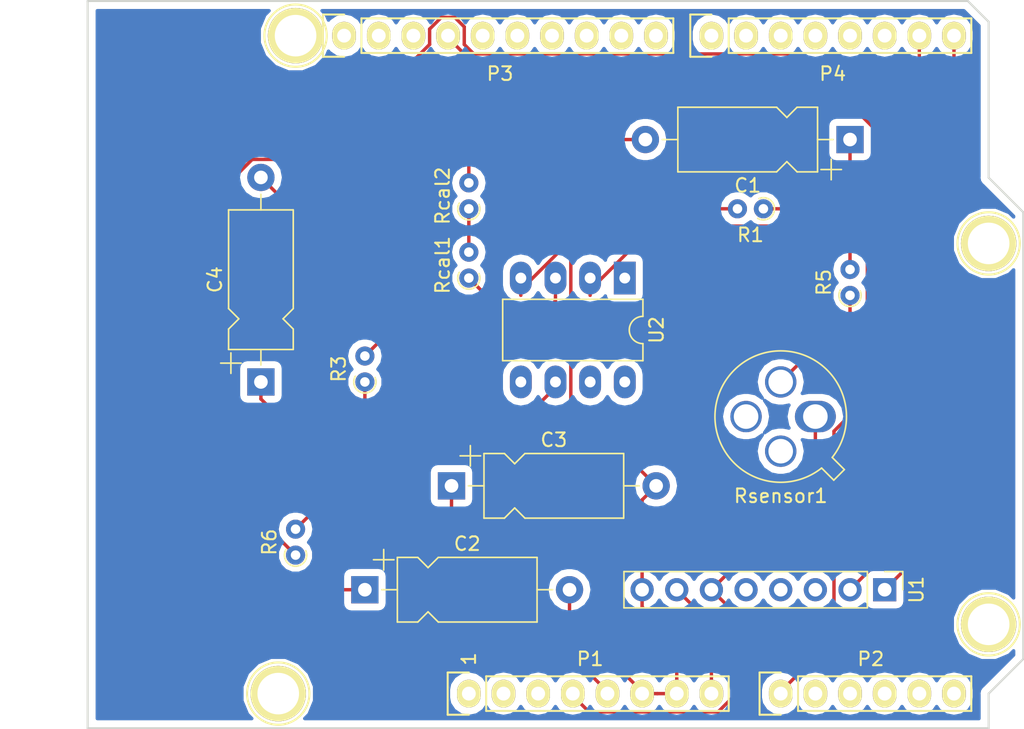
<source format=kicad_pcb>
(kicad_pcb (version 20171130) (host pcbnew "(5.0.1)-4")

  (general
    (thickness 1.6)
    (drawings 27)
    (tracks 104)
    (zones 0)
    (modules 21)
    (nets 44)
  )

  (page A4)
  (title_block
    (date "lun. 30 mars 2015")
  )

  (layers
    (0 F.Cu signal)
    (31 B.Cu signal)
    (32 B.Adhes user)
    (33 F.Adhes user)
    (34 B.Paste user)
    (35 F.Paste user)
    (36 B.SilkS user)
    (37 F.SilkS user)
    (38 B.Mask user)
    (39 F.Mask user)
    (40 Dwgs.User user)
    (41 Cmts.User user)
    (42 Eco1.User user)
    (43 Eco2.User user)
    (44 Edge.Cuts user)
    (45 Margin user)
    (46 B.CrtYd user)
    (47 F.CrtYd user)
    (48 B.Fab user)
    (49 F.Fab user)
  )

  (setup
    (last_trace_width 0.25)
    (trace_clearance 0.2)
    (zone_clearance 0.508)
    (zone_45_only no)
    (trace_min 0.2)
    (segment_width 0.15)
    (edge_width 0.15)
    (via_size 0.6)
    (via_drill 0.4)
    (via_min_size 0.4)
    (via_min_drill 0.3)
    (uvia_size 0.3)
    (uvia_drill 0.1)
    (uvias_allowed no)
    (uvia_min_size 0.2)
    (uvia_min_drill 0.1)
    (pcb_text_width 0.3)
    (pcb_text_size 1.5 1.5)
    (mod_edge_width 0.15)
    (mod_text_size 1 1)
    (mod_text_width 0.15)
    (pad_size 4.064 4.064)
    (pad_drill 3.048)
    (pad_to_mask_clearance 0)
    (solder_mask_min_width 0.25)
    (aux_axis_origin 110.998 126.365)
    (grid_origin 110.998 126.365)
    (visible_elements 7FFFFFFF)
    (pcbplotparams
      (layerselection 0x00030_80000001)
      (usegerberextensions false)
      (usegerberattributes false)
      (usegerberadvancedattributes false)
      (creategerberjobfile false)
      (excludeedgelayer true)
      (linewidth 0.100000)
      (plotframeref false)
      (viasonmask false)
      (mode 1)
      (useauxorigin false)
      (hpglpennumber 1)
      (hpglpenspeed 20)
      (hpglpendiameter 15.000000)
      (psnegative false)
      (psa4output false)
      (plotreference true)
      (plotvalue true)
      (plotinvisibletext false)
      (padsonsilk false)
      (subtractmaskfromsilk false)
      (outputformat 1)
      (mirror false)
      (drillshape 1)
      (scaleselection 1)
      (outputdirectory ""))
  )

  (net 0 "")
  (net 1 /IOREF)
  (net 2 /Reset)
  (net 3 +5V)
  (net 4 GND)
  (net 5 /Vin)
  (net 6 /A0)
  (net 7 /A1)
  (net 8 /A2)
  (net 9 /A3)
  (net 10 /AREF)
  (net 11 "/A4(SDA)")
  (net 12 "/A5(SCL)")
  (net 13 "/9(**)")
  (net 14 /8)
  (net 15 /7)
  (net 16 "/6(**)")
  (net 17 "/5(**)")
  (net 18 /4)
  (net 19 "/3(**)")
  (net 20 /2)
  (net 21 "/1(Tx)")
  (net 22 "/0(Rx)")
  (net 23 "Net-(P5-Pad1)")
  (net 24 "Net-(P6-Pad1)")
  (net 25 "Net-(P7-Pad1)")
  (net 26 "Net-(P8-Pad1)")
  (net 27 "/13(SCK)")
  (net 28 "/10(**/SS)")
  (net 29 "Net-(P1-Pad1)")
  (net 30 +3V3)
  (net 31 "/12(MISO)")
  (net 32 "/11(**/MOSI)")
  (net 33 "Net-(U2-Pad1)")
  (net 34 "Net-(U2-Pad5)")
  (net 35 "Net-(C1-Pad1)")
  (net 36 "Net-(C4-Pad1)")
  (net 37 "Net-(C4-Pad2)")
  (net 38 "Net-(U2-Pad8)")
  (net 39 "Net-(R5-Pad1)")
  (net 40 "Net-(U1-Pad3)")
  (net 41 "Net-(U1-Pad4)")
  (net 42 "Net-(U1-Pad5)")
  (net 43 "Net-(Rcal1-Pad2)")

  (net_class Default "This is the default net class."
    (clearance 0.2)
    (trace_width 0.25)
    (via_dia 0.6)
    (via_drill 0.4)
    (uvia_dia 0.3)
    (uvia_drill 0.1)
    (add_net +3V3)
    (add_net +5V)
    (add_net "/0(Rx)")
    (add_net "/1(Tx)")
    (add_net "/10(**/SS)")
    (add_net "/11(**/MOSI)")
    (add_net "/12(MISO)")
    (add_net "/13(SCK)")
    (add_net /2)
    (add_net "/3(**)")
    (add_net /4)
    (add_net "/5(**)")
    (add_net "/6(**)")
    (add_net /7)
    (add_net /8)
    (add_net "/9(**)")
    (add_net /A0)
    (add_net /A1)
    (add_net /A2)
    (add_net /A3)
    (add_net "/A4(SDA)")
    (add_net "/A5(SCL)")
    (add_net /AREF)
    (add_net /IOREF)
    (add_net /Reset)
    (add_net /Vin)
    (add_net GND)
    (add_net "Net-(C1-Pad1)")
    (add_net "Net-(C4-Pad1)")
    (add_net "Net-(C4-Pad2)")
    (add_net "Net-(P1-Pad1)")
    (add_net "Net-(P5-Pad1)")
    (add_net "Net-(P6-Pad1)")
    (add_net "Net-(P7-Pad1)")
    (add_net "Net-(P8-Pad1)")
    (add_net "Net-(R5-Pad1)")
    (add_net "Net-(Rcal1-Pad2)")
    (add_net "Net-(U1-Pad3)")
    (add_net "Net-(U1-Pad4)")
    (add_net "Net-(U1-Pad5)")
    (add_net "Net-(U2-Pad1)")
    (add_net "Net-(U2-Pad5)")
    (add_net "Net-(U2-Pad8)")
  )

  (module Capacitor_THT:CP_Axial_L10.0mm_D4.5mm_P15.00mm_Horizontal (layer F.Cu) (tedit 5AE50EF2) (tstamp 5C3248E0)
    (at 137.668 108.585)
    (descr "CP, Axial series, Axial, Horizontal, pin pitch=15mm, , length*diameter=10*4.5mm^2, Electrolytic Capacitor, , http://www.vishay.com/docs/28325/021asm.pdf")
    (tags "CP Axial series Axial Horizontal pin pitch 15mm  length 10mm diameter 4.5mm Electrolytic Capacitor")
    (path /5C01288B)
    (fp_text reference C3 (at 7.5 -3.37) (layer F.SilkS)
      (effects (font (size 1 1) (thickness 0.15)))
    )
    (fp_text value 100n (at 7.5 3.37) (layer F.Fab)
      (effects (font (size 1 1) (thickness 0.15)))
    )
    (fp_text user %R (at 7.5 0) (layer F.Fab)
      (effects (font (size 1 1) (thickness 0.15)))
    )
    (fp_line (start 16.25 -2.5) (end -1.25 -2.5) (layer F.CrtYd) (width 0.05))
    (fp_line (start 16.25 2.5) (end 16.25 -2.5) (layer F.CrtYd) (width 0.05))
    (fp_line (start -1.25 2.5) (end 16.25 2.5) (layer F.CrtYd) (width 0.05))
    (fp_line (start -1.25 -2.5) (end -1.25 2.5) (layer F.CrtYd) (width 0.05))
    (fp_line (start 13.76 0) (end 12.62 0) (layer F.SilkS) (width 0.12))
    (fp_line (start 1.24 0) (end 2.38 0) (layer F.SilkS) (width 0.12))
    (fp_line (start 5.38 2.37) (end 12.62 2.37) (layer F.SilkS) (width 0.12))
    (fp_line (start 4.63 1.62) (end 5.38 2.37) (layer F.SilkS) (width 0.12))
    (fp_line (start 3.88 2.37) (end 4.63 1.62) (layer F.SilkS) (width 0.12))
    (fp_line (start 2.38 2.37) (end 3.88 2.37) (layer F.SilkS) (width 0.12))
    (fp_line (start 5.38 -2.37) (end 12.62 -2.37) (layer F.SilkS) (width 0.12))
    (fp_line (start 4.63 -1.62) (end 5.38 -2.37) (layer F.SilkS) (width 0.12))
    (fp_line (start 3.88 -2.37) (end 4.63 -1.62) (layer F.SilkS) (width 0.12))
    (fp_line (start 2.38 -2.37) (end 3.88 -2.37) (layer F.SilkS) (width 0.12))
    (fp_line (start 12.62 -2.37) (end 12.62 2.37) (layer F.SilkS) (width 0.12))
    (fp_line (start 2.38 -2.37) (end 2.38 2.37) (layer F.SilkS) (width 0.12))
    (fp_line (start 1.38 -2.95) (end 1.38 -1.45) (layer F.SilkS) (width 0.12))
    (fp_line (start 0.63 -2.2) (end 2.13 -2.2) (layer F.SilkS) (width 0.12))
    (fp_line (start 4.65 -0.75) (end 4.65 0.75) (layer F.Fab) (width 0.1))
    (fp_line (start 3.9 0) (end 5.4 0) (layer F.Fab) (width 0.1))
    (fp_line (start 15 0) (end 12.5 0) (layer F.Fab) (width 0.1))
    (fp_line (start 0 0) (end 2.5 0) (layer F.Fab) (width 0.1))
    (fp_line (start 5.38 2.25) (end 12.5 2.25) (layer F.Fab) (width 0.1))
    (fp_line (start 4.63 1.5) (end 5.38 2.25) (layer F.Fab) (width 0.1))
    (fp_line (start 3.88 2.25) (end 4.63 1.5) (layer F.Fab) (width 0.1))
    (fp_line (start 2.5 2.25) (end 3.88 2.25) (layer F.Fab) (width 0.1))
    (fp_line (start 5.38 -2.25) (end 12.5 -2.25) (layer F.Fab) (width 0.1))
    (fp_line (start 4.63 -1.5) (end 5.38 -2.25) (layer F.Fab) (width 0.1))
    (fp_line (start 3.88 -2.25) (end 4.63 -1.5) (layer F.Fab) (width 0.1))
    (fp_line (start 2.5 -2.25) (end 3.88 -2.25) (layer F.Fab) (width 0.1))
    (fp_line (start 12.5 -2.25) (end 12.5 2.25) (layer F.Fab) (width 0.1))
    (fp_line (start 2.5 -2.25) (end 2.5 2.25) (layer F.Fab) (width 0.1))
    (pad 2 thru_hole oval (at 15 0) (size 2 2) (drill 1) (layers *.Cu *.Mask)
      (net 4 GND))
    (pad 1 thru_hole rect (at 0 0) (size 2 2) (drill 1) (layers *.Cu *.Mask)
      (net 3 +5V))
    (model ${KISYS3DMOD}/Capacitor_THT.3dshapes/CP_Axial_L10.0mm_D4.5mm_P15.00mm_Horizontal.wrl
      (at (xyz 0 0 0))
      (scale (xyz 1 1 1))
      (rotate (xyz 0 0 0))
    )
  )

  (module Capacitor_THT:CP_Axial_L10.0mm_D4.5mm_P15.00mm_Horizontal (layer F.Cu) (tedit 5AE50EF2) (tstamp 5C32492E)
    (at 166.878 83.185 180)
    (descr "CP, Axial series, Axial, Horizontal, pin pitch=15mm, , length*diameter=10*4.5mm^2, Electrolytic Capacitor, , http://www.vishay.com/docs/28325/021asm.pdf")
    (tags "CP Axial series Axial Horizontal pin pitch 15mm  length 10mm diameter 4.5mm Electrolytic Capacitor")
    (path /5C016D68)
    (fp_text reference C1 (at 7.5 -3.37 180) (layer F.SilkS)
      (effects (font (size 1 1) (thickness 0.15)))
    )
    (fp_text value 100n (at 7.5 3.37 180) (layer F.Fab)
      (effects (font (size 1 1) (thickness 0.15)))
    )
    (fp_text user %R (at 7.5 0 180) (layer F.Fab)
      (effects (font (size 1 1) (thickness 0.15)))
    )
    (fp_line (start 16.25 -2.5) (end -1.25 -2.5) (layer F.CrtYd) (width 0.05))
    (fp_line (start 16.25 2.5) (end 16.25 -2.5) (layer F.CrtYd) (width 0.05))
    (fp_line (start -1.25 2.5) (end 16.25 2.5) (layer F.CrtYd) (width 0.05))
    (fp_line (start -1.25 -2.5) (end -1.25 2.5) (layer F.CrtYd) (width 0.05))
    (fp_line (start 13.76 0) (end 12.62 0) (layer F.SilkS) (width 0.12))
    (fp_line (start 1.24 0) (end 2.38 0) (layer F.SilkS) (width 0.12))
    (fp_line (start 5.38 2.37) (end 12.62 2.37) (layer F.SilkS) (width 0.12))
    (fp_line (start 4.63 1.62) (end 5.38 2.37) (layer F.SilkS) (width 0.12))
    (fp_line (start 3.88 2.37) (end 4.63 1.62) (layer F.SilkS) (width 0.12))
    (fp_line (start 2.38 2.37) (end 3.88 2.37) (layer F.SilkS) (width 0.12))
    (fp_line (start 5.38 -2.37) (end 12.62 -2.37) (layer F.SilkS) (width 0.12))
    (fp_line (start 4.63 -1.62) (end 5.38 -2.37) (layer F.SilkS) (width 0.12))
    (fp_line (start 3.88 -2.37) (end 4.63 -1.62) (layer F.SilkS) (width 0.12))
    (fp_line (start 2.38 -2.37) (end 3.88 -2.37) (layer F.SilkS) (width 0.12))
    (fp_line (start 12.62 -2.37) (end 12.62 2.37) (layer F.SilkS) (width 0.12))
    (fp_line (start 2.38 -2.37) (end 2.38 2.37) (layer F.SilkS) (width 0.12))
    (fp_line (start 1.38 -2.95) (end 1.38 -1.45) (layer F.SilkS) (width 0.12))
    (fp_line (start 0.63 -2.2) (end 2.13 -2.2) (layer F.SilkS) (width 0.12))
    (fp_line (start 4.65 -0.75) (end 4.65 0.75) (layer F.Fab) (width 0.1))
    (fp_line (start 3.9 0) (end 5.4 0) (layer F.Fab) (width 0.1))
    (fp_line (start 15 0) (end 12.5 0) (layer F.Fab) (width 0.1))
    (fp_line (start 0 0) (end 2.5 0) (layer F.Fab) (width 0.1))
    (fp_line (start 5.38 2.25) (end 12.5 2.25) (layer F.Fab) (width 0.1))
    (fp_line (start 4.63 1.5) (end 5.38 2.25) (layer F.Fab) (width 0.1))
    (fp_line (start 3.88 2.25) (end 4.63 1.5) (layer F.Fab) (width 0.1))
    (fp_line (start 2.5 2.25) (end 3.88 2.25) (layer F.Fab) (width 0.1))
    (fp_line (start 5.38 -2.25) (end 12.5 -2.25) (layer F.Fab) (width 0.1))
    (fp_line (start 4.63 -1.5) (end 5.38 -2.25) (layer F.Fab) (width 0.1))
    (fp_line (start 3.88 -2.25) (end 4.63 -1.5) (layer F.Fab) (width 0.1))
    (fp_line (start 2.5 -2.25) (end 3.88 -2.25) (layer F.Fab) (width 0.1))
    (fp_line (start 12.5 -2.25) (end 12.5 2.25) (layer F.Fab) (width 0.1))
    (fp_line (start 2.5 -2.25) (end 2.5 2.25) (layer F.Fab) (width 0.1))
    (pad 2 thru_hole oval (at 15 0 180) (size 2 2) (drill 1) (layers *.Cu *.Mask)
      (net 4 GND))
    (pad 1 thru_hole rect (at 0 0 180) (size 2 2) (drill 1) (layers *.Cu *.Mask)
      (net 35 "Net-(C1-Pad1)"))
    (model ${KISYS3DMOD}/Capacitor_THT.3dshapes/CP_Axial_L10.0mm_D4.5mm_P15.00mm_Horizontal.wrl
      (at (xyz 0 0 0))
      (scale (xyz 1 1 1))
      (rotate (xyz 0 0 0))
    )
  )

  (module Capacitor_THT:CP_Axial_L10.0mm_D4.5mm_P15.00mm_Horizontal (layer F.Cu) (tedit 5AE50EF2) (tstamp 5C324907)
    (at 131.318 116.205)
    (descr "CP, Axial series, Axial, Horizontal, pin pitch=15mm, , length*diameter=10*4.5mm^2, Electrolytic Capacitor, , http://www.vishay.com/docs/28325/021asm.pdf")
    (tags "CP Axial series Axial Horizontal pin pitch 15mm  length 10mm diameter 4.5mm Electrolytic Capacitor")
    (path /5C0281BB)
    (fp_text reference C2 (at 7.5 -3.37) (layer F.SilkS)
      (effects (font (size 1 1) (thickness 0.15)))
    )
    (fp_text value 100n (at 7.5 3.37) (layer F.Fab)
      (effects (font (size 1 1) (thickness 0.15)))
    )
    (fp_line (start 2.5 -2.25) (end 2.5 2.25) (layer F.Fab) (width 0.1))
    (fp_line (start 12.5 -2.25) (end 12.5 2.25) (layer F.Fab) (width 0.1))
    (fp_line (start 2.5 -2.25) (end 3.88 -2.25) (layer F.Fab) (width 0.1))
    (fp_line (start 3.88 -2.25) (end 4.63 -1.5) (layer F.Fab) (width 0.1))
    (fp_line (start 4.63 -1.5) (end 5.38 -2.25) (layer F.Fab) (width 0.1))
    (fp_line (start 5.38 -2.25) (end 12.5 -2.25) (layer F.Fab) (width 0.1))
    (fp_line (start 2.5 2.25) (end 3.88 2.25) (layer F.Fab) (width 0.1))
    (fp_line (start 3.88 2.25) (end 4.63 1.5) (layer F.Fab) (width 0.1))
    (fp_line (start 4.63 1.5) (end 5.38 2.25) (layer F.Fab) (width 0.1))
    (fp_line (start 5.38 2.25) (end 12.5 2.25) (layer F.Fab) (width 0.1))
    (fp_line (start 0 0) (end 2.5 0) (layer F.Fab) (width 0.1))
    (fp_line (start 15 0) (end 12.5 0) (layer F.Fab) (width 0.1))
    (fp_line (start 3.9 0) (end 5.4 0) (layer F.Fab) (width 0.1))
    (fp_line (start 4.65 -0.75) (end 4.65 0.75) (layer F.Fab) (width 0.1))
    (fp_line (start 0.63 -2.2) (end 2.13 -2.2) (layer F.SilkS) (width 0.12))
    (fp_line (start 1.38 -2.95) (end 1.38 -1.45) (layer F.SilkS) (width 0.12))
    (fp_line (start 2.38 -2.37) (end 2.38 2.37) (layer F.SilkS) (width 0.12))
    (fp_line (start 12.62 -2.37) (end 12.62 2.37) (layer F.SilkS) (width 0.12))
    (fp_line (start 2.38 -2.37) (end 3.88 -2.37) (layer F.SilkS) (width 0.12))
    (fp_line (start 3.88 -2.37) (end 4.63 -1.62) (layer F.SilkS) (width 0.12))
    (fp_line (start 4.63 -1.62) (end 5.38 -2.37) (layer F.SilkS) (width 0.12))
    (fp_line (start 5.38 -2.37) (end 12.62 -2.37) (layer F.SilkS) (width 0.12))
    (fp_line (start 2.38 2.37) (end 3.88 2.37) (layer F.SilkS) (width 0.12))
    (fp_line (start 3.88 2.37) (end 4.63 1.62) (layer F.SilkS) (width 0.12))
    (fp_line (start 4.63 1.62) (end 5.38 2.37) (layer F.SilkS) (width 0.12))
    (fp_line (start 5.38 2.37) (end 12.62 2.37) (layer F.SilkS) (width 0.12))
    (fp_line (start 1.24 0) (end 2.38 0) (layer F.SilkS) (width 0.12))
    (fp_line (start 13.76 0) (end 12.62 0) (layer F.SilkS) (width 0.12))
    (fp_line (start -1.25 -2.5) (end -1.25 2.5) (layer F.CrtYd) (width 0.05))
    (fp_line (start -1.25 2.5) (end 16.25 2.5) (layer F.CrtYd) (width 0.05))
    (fp_line (start 16.25 2.5) (end 16.25 -2.5) (layer F.CrtYd) (width 0.05))
    (fp_line (start 16.25 -2.5) (end -1.25 -2.5) (layer F.CrtYd) (width 0.05))
    (fp_text user %R (at 7.5 0) (layer F.Fab)
      (effects (font (size 1 1) (thickness 0.15)))
    )
    (pad 1 thru_hole rect (at 0 0) (size 2 2) (drill 1) (layers *.Cu *.Mask)
      (net 6 /A0))
    (pad 2 thru_hole oval (at 15 0) (size 2 2) (drill 1) (layers *.Cu *.Mask)
      (net 4 GND))
    (model ${KISYS3DMOD}/Capacitor_THT.3dshapes/CP_Axial_L10.0mm_D4.5mm_P15.00mm_Horizontal.wrl
      (at (xyz 0 0 0))
      (scale (xyz 1 1 1))
      (rotate (xyz 0 0 0))
    )
  )

  (module Capacitor_THT:CP_Axial_L10.0mm_D4.5mm_P15.00mm_Horizontal (layer F.Cu) (tedit 5AE50EF2) (tstamp 5C3248B9)
    (at 123.698 100.965 90)
    (descr "CP, Axial series, Axial, Horizontal, pin pitch=15mm, , length*diameter=10*4.5mm^2, Electrolytic Capacitor, , http://www.vishay.com/docs/28325/021asm.pdf")
    (tags "CP Axial series Axial Horizontal pin pitch 15mm  length 10mm diameter 4.5mm Electrolytic Capacitor")
    (path /5C01D9FE)
    (fp_text reference C4 (at 7.5 -3.37 90) (layer F.SilkS)
      (effects (font (size 1 1) (thickness 0.15)))
    )
    (fp_text value 1u (at 7.5 3.37 90) (layer F.Fab)
      (effects (font (size 1 1) (thickness 0.15)))
    )
    (fp_line (start 2.5 -2.25) (end 2.5 2.25) (layer F.Fab) (width 0.1))
    (fp_line (start 12.5 -2.25) (end 12.5 2.25) (layer F.Fab) (width 0.1))
    (fp_line (start 2.5 -2.25) (end 3.88 -2.25) (layer F.Fab) (width 0.1))
    (fp_line (start 3.88 -2.25) (end 4.63 -1.5) (layer F.Fab) (width 0.1))
    (fp_line (start 4.63 -1.5) (end 5.38 -2.25) (layer F.Fab) (width 0.1))
    (fp_line (start 5.38 -2.25) (end 12.5 -2.25) (layer F.Fab) (width 0.1))
    (fp_line (start 2.5 2.25) (end 3.88 2.25) (layer F.Fab) (width 0.1))
    (fp_line (start 3.88 2.25) (end 4.63 1.5) (layer F.Fab) (width 0.1))
    (fp_line (start 4.63 1.5) (end 5.38 2.25) (layer F.Fab) (width 0.1))
    (fp_line (start 5.38 2.25) (end 12.5 2.25) (layer F.Fab) (width 0.1))
    (fp_line (start 0 0) (end 2.5 0) (layer F.Fab) (width 0.1))
    (fp_line (start 15 0) (end 12.5 0) (layer F.Fab) (width 0.1))
    (fp_line (start 3.9 0) (end 5.4 0) (layer F.Fab) (width 0.1))
    (fp_line (start 4.65 -0.75) (end 4.65 0.75) (layer F.Fab) (width 0.1))
    (fp_line (start 0.63 -2.2) (end 2.13 -2.2) (layer F.SilkS) (width 0.12))
    (fp_line (start 1.38 -2.95) (end 1.38 -1.45) (layer F.SilkS) (width 0.12))
    (fp_line (start 2.38 -2.37) (end 2.38 2.37) (layer F.SilkS) (width 0.12))
    (fp_line (start 12.62 -2.37) (end 12.62 2.37) (layer F.SilkS) (width 0.12))
    (fp_line (start 2.38 -2.37) (end 3.88 -2.37) (layer F.SilkS) (width 0.12))
    (fp_line (start 3.88 -2.37) (end 4.63 -1.62) (layer F.SilkS) (width 0.12))
    (fp_line (start 4.63 -1.62) (end 5.38 -2.37) (layer F.SilkS) (width 0.12))
    (fp_line (start 5.38 -2.37) (end 12.62 -2.37) (layer F.SilkS) (width 0.12))
    (fp_line (start 2.38 2.37) (end 3.88 2.37) (layer F.SilkS) (width 0.12))
    (fp_line (start 3.88 2.37) (end 4.63 1.62) (layer F.SilkS) (width 0.12))
    (fp_line (start 4.63 1.62) (end 5.38 2.37) (layer F.SilkS) (width 0.12))
    (fp_line (start 5.38 2.37) (end 12.62 2.37) (layer F.SilkS) (width 0.12))
    (fp_line (start 1.24 0) (end 2.38 0) (layer F.SilkS) (width 0.12))
    (fp_line (start 13.76 0) (end 12.62 0) (layer F.SilkS) (width 0.12))
    (fp_line (start -1.25 -2.5) (end -1.25 2.5) (layer F.CrtYd) (width 0.05))
    (fp_line (start -1.25 2.5) (end 16.25 2.5) (layer F.CrtYd) (width 0.05))
    (fp_line (start 16.25 2.5) (end 16.25 -2.5) (layer F.CrtYd) (width 0.05))
    (fp_line (start 16.25 -2.5) (end -1.25 -2.5) (layer F.CrtYd) (width 0.05))
    (fp_text user %R (at 7.5 0 90) (layer F.Fab)
      (effects (font (size 1 1) (thickness 0.15)))
    )
    (pad 1 thru_hole rect (at 0 0 90) (size 2 2) (drill 1) (layers *.Cu *.Mask)
      (net 36 "Net-(C4-Pad1)"))
    (pad 2 thru_hole oval (at 15 0 90) (size 2 2) (drill 1) (layers *.Cu *.Mask)
      (net 37 "Net-(C4-Pad2)"))
    (model ${KISYS3DMOD}/Capacitor_THT.3dshapes/CP_Axial_L10.0mm_D4.5mm_P15.00mm_Horizontal.wrl
      (at (xyz 0 0 0))
      (scale (xyz 1 1 1))
      (rotate (xyz 0 0 0))
    )
  )

  (module Resistor_THT:R_Axial_DIN0204_L3.6mm_D1.6mm_P1.90mm_Vertical (layer F.Cu) (tedit 5AE5139B) (tstamp 5C324826)
    (at 138.938 93.345 90)
    (descr "Resistor, Axial_DIN0204 series, Axial, Vertical, pin pitch=1.9mm, 0.167W, length*diameter=3.6*1.6mm^2, http://cdn-reichelt.de/documents/datenblatt/B400/1_4W%23YAG.pdf")
    (tags "Resistor Axial_DIN0204 series Axial Vertical pin pitch 1.9mm 0.167W length 3.6mm diameter 1.6mm")
    (path /5C01D8FE)
    (fp_text reference Rcal1 (at 0.95 -1.92 90) (layer F.SilkS)
      (effects (font (size 1 1) (thickness 0.15)))
    )
    (fp_text value R (at 0.95 1.92 90) (layer F.Fab)
      (effects (font (size 1 1) (thickness 0.15)))
    )
    (fp_text user %R (at 0.95 -1.92 90) (layer F.Fab)
      (effects (font (size 1 1) (thickness 0.15)))
    )
    (fp_line (start 2.86 -1.05) (end -1.05 -1.05) (layer F.CrtYd) (width 0.05))
    (fp_line (start 2.86 1.05) (end 2.86 -1.05) (layer F.CrtYd) (width 0.05))
    (fp_line (start -1.05 1.05) (end 2.86 1.05) (layer F.CrtYd) (width 0.05))
    (fp_line (start -1.05 -1.05) (end -1.05 1.05) (layer F.CrtYd) (width 0.05))
    (fp_line (start 0 0) (end 1.9 0) (layer F.Fab) (width 0.1))
    (fp_circle (center 0 0) (end 0.8 0) (layer F.Fab) (width 0.1))
    (fp_arc (start 0 0) (end 0.417133 -0.7) (angle -233.92106) (layer F.SilkS) (width 0.12))
    (pad 2 thru_hole oval (at 1.9 0 90) (size 1.4 1.4) (drill 0.7) (layers *.Cu *.Mask)
      (net 43 "Net-(Rcal1-Pad2)"))
    (pad 1 thru_hole circle (at 0 0 90) (size 1.4 1.4) (drill 0.7) (layers *.Cu *.Mask)
      (net 37 "Net-(C4-Pad2)"))
    (model ${KISYS3DMOD}/Resistor_THT.3dshapes/R_Axial_DIN0204_L3.6mm_D1.6mm_P1.90mm_Vertical.wrl
      (at (xyz 0 0 0))
      (scale (xyz 1 1 1))
      (rotate (xyz 0 0 0))
    )
  )

  (module Resistor_THT:R_Axial_DIN0204_L3.6mm_D1.6mm_P1.90mm_Vertical (layer F.Cu) (tedit 5AE5139B) (tstamp 5C324818)
    (at 166.878 94.615 90)
    (descr "Resistor, Axial_DIN0204 series, Axial, Vertical, pin pitch=1.9mm, 0.167W, length*diameter=3.6*1.6mm^2, http://cdn-reichelt.de/documents/datenblatt/B400/1_4W%23YAG.pdf")
    (tags "Resistor Axial_DIN0204 series Axial Vertical pin pitch 1.9mm 0.167W length 3.6mm diameter 1.6mm")
    (path /5C016BBB)
    (fp_text reference R5 (at 0.95 -1.92 90) (layer F.SilkS)
      (effects (font (size 1 1) (thickness 0.15)))
    )
    (fp_text value 10k (at 0.95 1.92 90) (layer F.Fab)
      (effects (font (size 1 1) (thickness 0.15)))
    )
    (fp_arc (start 0 0) (end 0.417133 -0.7) (angle -233.92106) (layer F.SilkS) (width 0.12))
    (fp_circle (center 0 0) (end 0.8 0) (layer F.Fab) (width 0.1))
    (fp_line (start 0 0) (end 1.9 0) (layer F.Fab) (width 0.1))
    (fp_line (start -1.05 -1.05) (end -1.05 1.05) (layer F.CrtYd) (width 0.05))
    (fp_line (start -1.05 1.05) (end 2.86 1.05) (layer F.CrtYd) (width 0.05))
    (fp_line (start 2.86 1.05) (end 2.86 -1.05) (layer F.CrtYd) (width 0.05))
    (fp_line (start 2.86 -1.05) (end -1.05 -1.05) (layer F.CrtYd) (width 0.05))
    (fp_text user %R (at 0.95 -1.92 90) (layer F.Fab)
      (effects (font (size 1 1) (thickness 0.15)))
    )
    (pad 1 thru_hole circle (at 0 0 90) (size 1.4 1.4) (drill 0.7) (layers *.Cu *.Mask)
      (net 39 "Net-(R5-Pad1)"))
    (pad 2 thru_hole oval (at 1.9 0 90) (size 1.4 1.4) (drill 0.7) (layers *.Cu *.Mask)
      (net 35 "Net-(C1-Pad1)"))
    (model ${KISYS3DMOD}/Resistor_THT.3dshapes/R_Axial_DIN0204_L3.6mm_D1.6mm_P1.90mm_Vertical.wrl
      (at (xyz 0 0 0))
      (scale (xyz 1 1 1))
      (rotate (xyz 0 0 0))
    )
  )

  (module Resistor_THT:R_Axial_DIN0204_L3.6mm_D1.6mm_P1.90mm_Vertical (layer F.Cu) (tedit 5AE5139B) (tstamp 5C32480A)
    (at 131.318 100.965 90)
    (descr "Resistor, Axial_DIN0204 series, Axial, Vertical, pin pitch=1.9mm, 0.167W, length*diameter=3.6*1.6mm^2, http://cdn-reichelt.de/documents/datenblatt/B400/1_4W%23YAG.pdf")
    (tags "Resistor Axial_DIN0204 series Axial Vertical pin pitch 1.9mm 0.167W length 3.6mm diameter 1.6mm")
    (path /5C01D9A0)
    (fp_text reference R3 (at 0.95 -1.92 90) (layer F.SilkS)
      (effects (font (size 1 1) (thickness 0.15)))
    )
    (fp_text value 100k (at 0.95 1.92 90) (layer F.Fab)
      (effects (font (size 1 1) (thickness 0.15)))
    )
    (fp_text user %R (at 0.95 -1.92 90) (layer F.Fab)
      (effects (font (size 1 1) (thickness 0.15)))
    )
    (fp_line (start 2.86 -1.05) (end -1.05 -1.05) (layer F.CrtYd) (width 0.05))
    (fp_line (start 2.86 1.05) (end 2.86 -1.05) (layer F.CrtYd) (width 0.05))
    (fp_line (start -1.05 1.05) (end 2.86 1.05) (layer F.CrtYd) (width 0.05))
    (fp_line (start -1.05 -1.05) (end -1.05 1.05) (layer F.CrtYd) (width 0.05))
    (fp_line (start 0 0) (end 1.9 0) (layer F.Fab) (width 0.1))
    (fp_circle (center 0 0) (end 0.8 0) (layer F.Fab) (width 0.1))
    (fp_arc (start 0 0) (end 0.417133 -0.7) (angle -233.92106) (layer F.SilkS) (width 0.12))
    (pad 2 thru_hole oval (at 1.9 0 90) (size 1.4 1.4) (drill 0.7) (layers *.Cu *.Mask)
      (net 37 "Net-(C4-Pad2)"))
    (pad 1 thru_hole circle (at 0 0 90) (size 1.4 1.4) (drill 0.7) (layers *.Cu *.Mask)
      (net 36 "Net-(C4-Pad1)"))
    (model ${KISYS3DMOD}/Resistor_THT.3dshapes/R_Axial_DIN0204_L3.6mm_D1.6mm_P1.90mm_Vertical.wrl
      (at (xyz 0 0 0))
      (scale (xyz 1 1 1))
      (rotate (xyz 0 0 0))
    )
  )

  (module Resistor_THT:R_Axial_DIN0204_L3.6mm_D1.6mm_P1.90mm_Vertical (layer F.Cu) (tedit 5AE5139B) (tstamp 5C3247FC)
    (at 160.528 88.265 180)
    (descr "Resistor, Axial_DIN0204 series, Axial, Vertical, pin pitch=1.9mm, 0.167W, length*diameter=3.6*1.6mm^2, http://cdn-reichelt.de/documents/datenblatt/B400/1_4W%23YAG.pdf")
    (tags "Resistor Axial_DIN0204 series Axial Vertical pin pitch 1.9mm 0.167W length 3.6mm diameter 1.6mm")
    (path /5C016C75)
    (fp_text reference R1 (at 0.95 -1.92 180) (layer F.SilkS)
      (effects (font (size 1 1) (thickness 0.15)))
    )
    (fp_text value 100k (at 0.95 1.92 180) (layer F.Fab)
      (effects (font (size 1 1) (thickness 0.15)))
    )
    (fp_arc (start 0 0) (end 0.417133 -0.7) (angle -233.92106) (layer F.SilkS) (width 0.12))
    (fp_circle (center 0 0) (end 0.8 0) (layer F.Fab) (width 0.1))
    (fp_line (start 0 0) (end 1.9 0) (layer F.Fab) (width 0.1))
    (fp_line (start -1.05 -1.05) (end -1.05 1.05) (layer F.CrtYd) (width 0.05))
    (fp_line (start -1.05 1.05) (end 2.86 1.05) (layer F.CrtYd) (width 0.05))
    (fp_line (start 2.86 1.05) (end 2.86 -1.05) (layer F.CrtYd) (width 0.05))
    (fp_line (start 2.86 -1.05) (end -1.05 -1.05) (layer F.CrtYd) (width 0.05))
    (fp_text user %R (at 0.95 -1.92 180) (layer F.Fab)
      (effects (font (size 1 1) (thickness 0.15)))
    )
    (pad 1 thru_hole circle (at 0 0 180) (size 1.4 1.4) (drill 0.7) (layers *.Cu *.Mask)
      (net 35 "Net-(C1-Pad1)"))
    (pad 2 thru_hole oval (at 1.9 0 180) (size 1.4 1.4) (drill 0.7) (layers *.Cu *.Mask)
      (net 4 GND))
    (model ${KISYS3DMOD}/Resistor_THT.3dshapes/R_Axial_DIN0204_L3.6mm_D1.6mm_P1.90mm_Vertical.wrl
      (at (xyz 0 0 0))
      (scale (xyz 1 1 1))
      (rotate (xyz 0 0 0))
    )
  )

  (module Resistor_THT:R_Axial_DIN0204_L3.6mm_D1.6mm_P1.90mm_Vertical (layer F.Cu) (tedit 5AE5139B) (tstamp 5C3247EE)
    (at 138.938 88.265 90)
    (descr "Resistor, Axial_DIN0204 series, Axial, Vertical, pin pitch=1.9mm, 0.167W, length*diameter=3.6*1.6mm^2, http://cdn-reichelt.de/documents/datenblatt/B400/1_4W%23YAG.pdf")
    (tags "Resistor Axial_DIN0204 series Axial Vertical pin pitch 1.9mm 0.167W length 3.6mm diameter 1.6mm")
    (path /5C01D954)
    (fp_text reference Rcal2 (at 0.95 -1.92 90) (layer F.SilkS)
      (effects (font (size 1 1) (thickness 0.15)))
    )
    (fp_text value R (at 0.95 1.92 90) (layer F.Fab)
      (effects (font (size 1 1) (thickness 0.15)))
    )
    (fp_text user %R (at 0.95 -1.92 90) (layer F.Fab)
      (effects (font (size 1 1) (thickness 0.15)))
    )
    (fp_line (start 2.86 -1.05) (end -1.05 -1.05) (layer F.CrtYd) (width 0.05))
    (fp_line (start 2.86 1.05) (end 2.86 -1.05) (layer F.CrtYd) (width 0.05))
    (fp_line (start -1.05 1.05) (end 2.86 1.05) (layer F.CrtYd) (width 0.05))
    (fp_line (start -1.05 -1.05) (end -1.05 1.05) (layer F.CrtYd) (width 0.05))
    (fp_line (start 0 0) (end 1.9 0) (layer F.Fab) (width 0.1))
    (fp_circle (center 0 0) (end 0.8 0) (layer F.Fab) (width 0.1))
    (fp_arc (start 0 0) (end 0.417133 -0.7) (angle -233.92106) (layer F.SilkS) (width 0.12))
    (pad 2 thru_hole oval (at 1.9 0 90) (size 1.4 1.4) (drill 0.7) (layers *.Cu *.Mask)
      (net 4 GND))
    (pad 1 thru_hole circle (at 0 0 90) (size 1.4 1.4) (drill 0.7) (layers *.Cu *.Mask)
      (net 43 "Net-(Rcal1-Pad2)"))
    (model ${KISYS3DMOD}/Resistor_THT.3dshapes/R_Axial_DIN0204_L3.6mm_D1.6mm_P1.90mm_Vertical.wrl
      (at (xyz 0 0 0))
      (scale (xyz 1 1 1))
      (rotate (xyz 0 0 0))
    )
  )

  (module Resistor_THT:R_Axial_DIN0204_L3.6mm_D1.6mm_P1.90mm_Vertical (layer F.Cu) (tedit 5AE5139B) (tstamp 5C3247E0)
    (at 126.238 113.665 90)
    (descr "Resistor, Axial_DIN0204 series, Axial, Vertical, pin pitch=1.9mm, 0.167W, length*diameter=3.6*1.6mm^2, http://cdn-reichelt.de/documents/datenblatt/B400/1_4W%23YAG.pdf")
    (tags "Resistor Axial_DIN0204 series Axial Vertical pin pitch 1.9mm 0.167W length 3.6mm diameter 1.6mm")
    (path /5C02826D)
    (fp_text reference R6 (at 0.95 -1.92 90) (layer F.SilkS)
      (effects (font (size 1 1) (thickness 0.15)))
    )
    (fp_text value 1k (at 0.95 1.92 90) (layer F.Fab)
      (effects (font (size 1 1) (thickness 0.15)))
    )
    (fp_arc (start 0 0) (end 0.417133 -0.7) (angle -233.92106) (layer F.SilkS) (width 0.12))
    (fp_circle (center 0 0) (end 0.8 0) (layer F.Fab) (width 0.1))
    (fp_line (start 0 0) (end 1.9 0) (layer F.Fab) (width 0.1))
    (fp_line (start -1.05 -1.05) (end -1.05 1.05) (layer F.CrtYd) (width 0.05))
    (fp_line (start -1.05 1.05) (end 2.86 1.05) (layer F.CrtYd) (width 0.05))
    (fp_line (start 2.86 1.05) (end 2.86 -1.05) (layer F.CrtYd) (width 0.05))
    (fp_line (start 2.86 -1.05) (end -1.05 -1.05) (layer F.CrtYd) (width 0.05))
    (fp_text user %R (at 0.95 -1.92 90) (layer F.Fab)
      (effects (font (size 1 1) (thickness 0.15)))
    )
    (pad 1 thru_hole circle (at 0 0 90) (size 1.4 1.4) (drill 0.7) (layers *.Cu *.Mask)
      (net 6 /A0))
    (pad 2 thru_hole oval (at 1.9 0 90) (size 1.4 1.4) (drill 0.7) (layers *.Cu *.Mask)
      (net 36 "Net-(C4-Pad1)"))
    (model ${KISYS3DMOD}/Resistor_THT.3dshapes/R_Axial_DIN0204_L3.6mm_D1.6mm_P1.90mm_Vertical.wrl
      (at (xyz 0 0 0))
      (scale (xyz 1 1 1))
      (rotate (xyz 0 0 0))
    )
  )

  (module Package_DIP:DIP-8_W7.62mm_LongPads (layer F.Cu) (tedit 5A02E8C5) (tstamp 5C322956)
    (at 150.368 93.345 270)
    (descr "8-lead though-hole mounted DIP package, row spacing 7.62 mm (300 mils), LongPads")
    (tags "THT DIP DIL PDIP 2.54mm 7.62mm 300mil LongPads")
    (path /5BCFC7BF)
    (fp_text reference U2 (at 3.81 -2.33 270) (layer F.SilkS)
      (effects (font (size 1 1) (thickness 0.15)))
    )
    (fp_text value LTC1050 (at 3.81 9.95 270) (layer F.Fab)
      (effects (font (size 1 1) (thickness 0.15)))
    )
    (fp_arc (start 3.81 -1.33) (end 2.81 -1.33) (angle -180) (layer F.SilkS) (width 0.12))
    (fp_line (start 1.635 -1.27) (end 6.985 -1.27) (layer F.Fab) (width 0.1))
    (fp_line (start 6.985 -1.27) (end 6.985 8.89) (layer F.Fab) (width 0.1))
    (fp_line (start 6.985 8.89) (end 0.635 8.89) (layer F.Fab) (width 0.1))
    (fp_line (start 0.635 8.89) (end 0.635 -0.27) (layer F.Fab) (width 0.1))
    (fp_line (start 0.635 -0.27) (end 1.635 -1.27) (layer F.Fab) (width 0.1))
    (fp_line (start 2.81 -1.33) (end 1.56 -1.33) (layer F.SilkS) (width 0.12))
    (fp_line (start 1.56 -1.33) (end 1.56 8.95) (layer F.SilkS) (width 0.12))
    (fp_line (start 1.56 8.95) (end 6.06 8.95) (layer F.SilkS) (width 0.12))
    (fp_line (start 6.06 8.95) (end 6.06 -1.33) (layer F.SilkS) (width 0.12))
    (fp_line (start 6.06 -1.33) (end 4.81 -1.33) (layer F.SilkS) (width 0.12))
    (fp_line (start -1.45 -1.55) (end -1.45 9.15) (layer F.CrtYd) (width 0.05))
    (fp_line (start -1.45 9.15) (end 9.1 9.15) (layer F.CrtYd) (width 0.05))
    (fp_line (start 9.1 9.15) (end 9.1 -1.55) (layer F.CrtYd) (width 0.05))
    (fp_line (start 9.1 -1.55) (end -1.45 -1.55) (layer F.CrtYd) (width 0.05))
    (fp_text user %R (at 3.81 3.81 270) (layer F.Fab)
      (effects (font (size 1 1) (thickness 0.15)))
    )
    (pad 1 thru_hole rect (at 0 0 270) (size 2.4 1.6) (drill 0.8) (layers *.Cu *.Mask)
      (net 33 "Net-(U2-Pad1)"))
    (pad 5 thru_hole oval (at 7.62 7.62 270) (size 2.4 1.6) (drill 0.8) (layers *.Cu *.Mask)
      (net 34 "Net-(U2-Pad5)"))
    (pad 2 thru_hole oval (at 0 2.54 270) (size 2.4 1.6) (drill 0.8) (layers *.Cu *.Mask)
      (net 35 "Net-(C1-Pad1)"))
    (pad 6 thru_hole oval (at 7.62 5.08 270) (size 2.4 1.6) (drill 0.8) (layers *.Cu *.Mask)
      (net 36 "Net-(C4-Pad1)"))
    (pad 3 thru_hole oval (at 0 5.08 270) (size 2.4 1.6) (drill 0.8) (layers *.Cu *.Mask)
      (net 37 "Net-(C4-Pad2)"))
    (pad 7 thru_hole oval (at 7.62 2.54 270) (size 2.4 1.6) (drill 0.8) (layers *.Cu *.Mask))
    (pad 4 thru_hole oval (at 0 7.62 270) (size 2.4 1.6) (drill 0.8) (layers *.Cu *.Mask)
      (net 4 GND))
    (pad 8 thru_hole oval (at 7.62 0 270) (size 2.4 1.6) (drill 0.8) (layers *.Cu *.Mask)
      (net 38 "Net-(U2-Pad8)"))
    (model ${KISYS3DMOD}/Package_DIP.3dshapes/DIP-8_W7.62mm.wrl
      (at (xyz 0 0 0))
      (scale (xyz 1 1 1))
      (rotate (xyz 0 0 0))
    )
  )

  (module Connector_PinHeader_2.54mm:PinHeader_1x08_P2.54mm_Vertical (layer F.Cu) (tedit 59FED5CC) (tstamp 5C322E8B)
    (at 169.418 116.205 270)
    (descr "Through hole straight pin header, 1x08, 2.54mm pitch, single row")
    (tags "Through hole pin header THT 1x08 2.54mm single row")
    (path /5BBB5B38)
    (fp_text reference U1 (at 0 -2.33 270) (layer F.SilkS)
      (effects (font (size 1 1) (thickness 0.15)))
    )
    (fp_text value RN2483BREAKOUT (at 0 20.11 270) (layer F.Fab)
      (effects (font (size 1 1) (thickness 0.15)))
    )
    (fp_line (start -0.635 -1.27) (end 1.27 -1.27) (layer F.Fab) (width 0.1))
    (fp_line (start 1.27 -1.27) (end 1.27 19.05) (layer F.Fab) (width 0.1))
    (fp_line (start 1.27 19.05) (end -1.27 19.05) (layer F.Fab) (width 0.1))
    (fp_line (start -1.27 19.05) (end -1.27 -0.635) (layer F.Fab) (width 0.1))
    (fp_line (start -1.27 -0.635) (end -0.635 -1.27) (layer F.Fab) (width 0.1))
    (fp_line (start -1.33 19.11) (end 1.33 19.11) (layer F.SilkS) (width 0.12))
    (fp_line (start -1.33 1.27) (end -1.33 19.11) (layer F.SilkS) (width 0.12))
    (fp_line (start 1.33 1.27) (end 1.33 19.11) (layer F.SilkS) (width 0.12))
    (fp_line (start -1.33 1.27) (end 1.33 1.27) (layer F.SilkS) (width 0.12))
    (fp_line (start -1.33 0) (end -1.33 -1.33) (layer F.SilkS) (width 0.12))
    (fp_line (start -1.33 -1.33) (end 0 -1.33) (layer F.SilkS) (width 0.12))
    (fp_line (start -1.8 -1.8) (end -1.8 19.55) (layer F.CrtYd) (width 0.05))
    (fp_line (start -1.8 19.55) (end 1.8 19.55) (layer F.CrtYd) (width 0.05))
    (fp_line (start 1.8 19.55) (end 1.8 -1.8) (layer F.CrtYd) (width 0.05))
    (fp_line (start 1.8 -1.8) (end -1.8 -1.8) (layer F.CrtYd) (width 0.05))
    (fp_text user %R (at 0 8.89) (layer F.Fab)
      (effects (font (size 1 1) (thickness 0.15)))
    )
    (pad 1 thru_hole rect (at 0 0 270) (size 1.7 1.7) (drill 1) (layers *.Cu *.Mask)
      (net 22 "/0(Rx)"))
    (pad 2 thru_hole oval (at 0 2.54 270) (size 1.7 1.7) (drill 1) (layers *.Cu *.Mask)
      (net 21 "/1(Tx)"))
    (pad 3 thru_hole oval (at 0 5.08 270) (size 1.7 1.7) (drill 1) (layers *.Cu *.Mask)
      (net 40 "Net-(U1-Pad3)"))
    (pad 4 thru_hole oval (at 0 7.62 270) (size 1.7 1.7) (drill 1) (layers *.Cu *.Mask)
      (net 41 "Net-(U1-Pad4)"))
    (pad 5 thru_hole oval (at 0 10.16 270) (size 1.7 1.7) (drill 1) (layers *.Cu *.Mask)
      (net 42 "Net-(U1-Pad5)"))
    (pad 6 thru_hole oval (at 0 12.7 270) (size 1.7 1.7) (drill 1) (layers *.Cu *.Mask)
      (net 30 +3V3))
    (pad 7 thru_hole oval (at 0 15.24 270) (size 1.7 1.7) (drill 1) (layers *.Cu *.Mask)
      (net 5 /Vin))
    (pad 8 thru_hole oval (at 0 17.78 270) (size 1.7 1.7) (drill 1) (layers *.Cu *.Mask)
      (net 4 GND))
    (model ${KISYS3DMOD}/Connector_PinHeader_2.54mm.3dshapes/PinHeader_1x08_P2.54mm_Vertical.wrl
      (at (xyz 0 0 0))
      (scale (xyz 1 1 1))
      (rotate (xyz 0 0 0))
    )
  )

  (module T0-5-4:TO-5-4 (layer F.Cu) (tedit 5BFFDF1A) (tstamp 5C322D61)
    (at 164.338 103.505 180)
    (descr TO-5-4)
    (tags TO-5-4)
    (path /5C016C07)
    (fp_text reference Rsensor1 (at 2.54 -5.82 180) (layer F.SilkS)
      (effects (font (size 1 1) (thickness 0.15)))
    )
    (fp_text value 10k<...<1G (at 2.54 5.82 180) (layer F.Fab)
      (effects (font (size 1 1) (thickness 0.15)))
    )
    (fp_text user %R (at 2.54 -5.82 180) (layer F.Fab)
      (effects (font (size 1 1) (thickness 0.15)))
    )
    (fp_line (start -0.465408 -3.61352) (end -1.27151 -4.419621) (layer F.Fab) (width 0.1))
    (fp_line (start -1.27151 -4.419621) (end -1.879621 -3.81151) (layer F.Fab) (width 0.1))
    (fp_line (start -1.879621 -3.81151) (end -1.07352 -3.005408) (layer F.Fab) (width 0.1))
    (fp_line (start -0.457084 -3.774902) (end -1.348039 -4.665856) (layer F.SilkS) (width 0.12))
    (fp_line (start -1.348039 -4.665856) (end -2.125856 -3.888039) (layer F.SilkS) (width 0.12))
    (fp_line (start -2.125856 -3.888039) (end -1.234902 -2.997084) (layer F.SilkS) (width 0.12))
    (fp_line (start -2.41 -4.95) (end -2.41 4.95) (layer F.CrtYd) (width 0.05))
    (fp_line (start -2.41 4.95) (end 7.49 4.95) (layer F.CrtYd) (width 0.05))
    (fp_line (start 7.49 4.95) (end 7.49 -4.95) (layer F.CrtYd) (width 0.05))
    (fp_line (start 7.49 -4.95) (end -2.41 -4.95) (layer F.CrtYd) (width 0.05))
    (fp_circle (center 2.54 0) (end 6.79 0) (layer F.Fab) (width 0.1))
    (fp_arc (start 2.54 0) (end -0.465408 -3.61352) (angle 349.5) (layer F.Fab) (width 0.1))
    (fp_arc (start 2.54 0) (end -0.457084 -3.774902) (angle 346.9) (layer F.SilkS) (width 0.12))
    (pad 1 thru_hole oval (at 0 0 180) (size 3 2.3) (drill 1.8) (layers *.Cu *.Mask)
      (net 30 +3V3))
    (pad 2 thru_hole oval (at 2.54 2.54 180) (size 2.3 2.3) (drill 1.8) (layers *.Cu *.Mask)
      (net 39 "Net-(R5-Pad1)"))
    (pad 3 thru_hole oval (at 5.08 0 180) (size 2.3 2.3) (drill 1.8) (layers *.Cu *.Mask))
    (pad 4 thru_hole oval (at 2.54 -2.54 180) (size 2.3 2.3) (drill 1.8) (layers *.Cu *.Mask))
    (model ${KISYS3DMOD}/Package_TO_SOT_THT.3dshapes/TO-5-4.wrl
      (at (xyz 0 0 0))
      (scale (xyz 1 1 1))
      (rotate (xyz 0 0 0))
    )
  )

  (module Socket_Arduino_Uno:Socket_Strip_Arduino_1x08 locked (layer F.Cu) (tedit 552168D2) (tstamp 551AF9EA)
    (at 138.938 123.825)
    (descr "Through hole socket strip")
    (tags "socket strip")
    (path /56D70129)
    (fp_text reference P1 (at 8.89 -2.54) (layer F.SilkS)
      (effects (font (size 1 1) (thickness 0.15)))
    )
    (fp_text value Power (at 8.89 -4.064) (layer F.Fab)
      (effects (font (size 1 1) (thickness 0.15)))
    )
    (fp_line (start -1.75 -1.75) (end -1.75 1.75) (layer F.CrtYd) (width 0.05))
    (fp_line (start 19.55 -1.75) (end 19.55 1.75) (layer F.CrtYd) (width 0.05))
    (fp_line (start -1.75 -1.75) (end 19.55 -1.75) (layer F.CrtYd) (width 0.05))
    (fp_line (start -1.75 1.75) (end 19.55 1.75) (layer F.CrtYd) (width 0.05))
    (fp_line (start 1.27 1.27) (end 19.05 1.27) (layer F.SilkS) (width 0.15))
    (fp_line (start 19.05 1.27) (end 19.05 -1.27) (layer F.SilkS) (width 0.15))
    (fp_line (start 19.05 -1.27) (end 1.27 -1.27) (layer F.SilkS) (width 0.15))
    (fp_line (start -1.55 1.55) (end 0 1.55) (layer F.SilkS) (width 0.15))
    (fp_line (start 1.27 1.27) (end 1.27 -1.27) (layer F.SilkS) (width 0.15))
    (fp_line (start 0 -1.55) (end -1.55 -1.55) (layer F.SilkS) (width 0.15))
    (fp_line (start -1.55 -1.55) (end -1.55 1.55) (layer F.SilkS) (width 0.15))
    (pad 1 thru_hole oval (at 0 0) (size 1.7272 2.032) (drill 1.016) (layers *.Cu *.Mask F.SilkS)
      (net 29 "Net-(P1-Pad1)"))
    (pad 2 thru_hole oval (at 2.54 0) (size 1.7272 2.032) (drill 1.016) (layers *.Cu *.Mask F.SilkS)
      (net 1 /IOREF))
    (pad 3 thru_hole oval (at 5.08 0) (size 1.7272 2.032) (drill 1.016) (layers *.Cu *.Mask F.SilkS)
      (net 2 /Reset))
    (pad 4 thru_hole oval (at 7.62 0) (size 1.7272 2.032) (drill 1.016) (layers *.Cu *.Mask F.SilkS)
      (net 30 +3V3))
    (pad 5 thru_hole oval (at 10.16 0) (size 1.7272 2.032) (drill 1.016) (layers *.Cu *.Mask F.SilkS)
      (net 3 +5V))
    (pad 6 thru_hole oval (at 12.7 0) (size 1.7272 2.032) (drill 1.016) (layers *.Cu *.Mask F.SilkS)
      (net 4 GND))
    (pad 7 thru_hole oval (at 15.24 0) (size 1.7272 2.032) (drill 1.016) (layers *.Cu *.Mask F.SilkS)
      (net 4 GND))
    (pad 8 thru_hole oval (at 17.78 0) (size 1.7272 2.032) (drill 1.016) (layers *.Cu *.Mask F.SilkS)
      (net 5 /Vin))
    (model ${KIPRJMOD}/Socket_Arduino_Uno.3dshapes/Socket_header_Arduino_1x08.wrl
      (offset (xyz 8.889999866485596 0 0))
      (scale (xyz 1 1 1))
      (rotate (xyz 0 0 180))
    )
  )

  (module Socket_Arduino_Uno:Socket_Strip_Arduino_1x06 locked (layer F.Cu) (tedit 552168D6) (tstamp 551AF9FF)
    (at 161.798 123.825)
    (descr "Through hole socket strip")
    (tags "socket strip")
    (path /56D70DD8)
    (fp_text reference P2 (at 6.604 -2.54) (layer F.SilkS)
      (effects (font (size 1 1) (thickness 0.15)))
    )
    (fp_text value Analog (at 6.604 -4.064) (layer F.Fab)
      (effects (font (size 1 1) (thickness 0.15)))
    )
    (fp_line (start -1.75 -1.75) (end -1.75 1.75) (layer F.CrtYd) (width 0.05))
    (fp_line (start 14.45 -1.75) (end 14.45 1.75) (layer F.CrtYd) (width 0.05))
    (fp_line (start -1.75 -1.75) (end 14.45 -1.75) (layer F.CrtYd) (width 0.05))
    (fp_line (start -1.75 1.75) (end 14.45 1.75) (layer F.CrtYd) (width 0.05))
    (fp_line (start 1.27 1.27) (end 13.97 1.27) (layer F.SilkS) (width 0.15))
    (fp_line (start 13.97 1.27) (end 13.97 -1.27) (layer F.SilkS) (width 0.15))
    (fp_line (start 13.97 -1.27) (end 1.27 -1.27) (layer F.SilkS) (width 0.15))
    (fp_line (start -1.55 1.55) (end 0 1.55) (layer F.SilkS) (width 0.15))
    (fp_line (start 1.27 1.27) (end 1.27 -1.27) (layer F.SilkS) (width 0.15))
    (fp_line (start 0 -1.55) (end -1.55 -1.55) (layer F.SilkS) (width 0.15))
    (fp_line (start -1.55 -1.55) (end -1.55 1.55) (layer F.SilkS) (width 0.15))
    (pad 1 thru_hole oval (at 0 0) (size 1.7272 2.032) (drill 1.016) (layers *.Cu *.Mask F.SilkS)
      (net 6 /A0))
    (pad 2 thru_hole oval (at 2.54 0) (size 1.7272 2.032) (drill 1.016) (layers *.Cu *.Mask F.SilkS)
      (net 7 /A1))
    (pad 3 thru_hole oval (at 5.08 0) (size 1.7272 2.032) (drill 1.016) (layers *.Cu *.Mask F.SilkS)
      (net 8 /A2))
    (pad 4 thru_hole oval (at 7.62 0) (size 1.7272 2.032) (drill 1.016) (layers *.Cu *.Mask F.SilkS)
      (net 9 /A3))
    (pad 5 thru_hole oval (at 10.16 0) (size 1.7272 2.032) (drill 1.016) (layers *.Cu *.Mask F.SilkS)
      (net 11 "/A4(SDA)"))
    (pad 6 thru_hole oval (at 12.7 0) (size 1.7272 2.032) (drill 1.016) (layers *.Cu *.Mask F.SilkS)
      (net 12 "/A5(SCL)"))
    (model ${KIPRJMOD}/Socket_Arduino_Uno.3dshapes/Socket_header_Arduino_1x06.wrl
      (offset (xyz 6.349999904632568 0 0))
      (scale (xyz 1 1 1))
      (rotate (xyz 0 0 180))
    )
  )

  (module Socket_Arduino_Uno:Socket_Strip_Arduino_1x10 locked (layer F.Cu) (tedit 552168BF) (tstamp 551AFA18)
    (at 129.794 75.565)
    (descr "Through hole socket strip")
    (tags "socket strip")
    (path /56D721E0)
    (fp_text reference P3 (at 11.43 2.794) (layer F.SilkS)
      (effects (font (size 1 1) (thickness 0.15)))
    )
    (fp_text value Digital (at 11.43 4.318) (layer F.Fab)
      (effects (font (size 1 1) (thickness 0.15)))
    )
    (fp_line (start -1.75 -1.75) (end -1.75 1.75) (layer F.CrtYd) (width 0.05))
    (fp_line (start 24.65 -1.75) (end 24.65 1.75) (layer F.CrtYd) (width 0.05))
    (fp_line (start -1.75 -1.75) (end 24.65 -1.75) (layer F.CrtYd) (width 0.05))
    (fp_line (start -1.75 1.75) (end 24.65 1.75) (layer F.CrtYd) (width 0.05))
    (fp_line (start 1.27 1.27) (end 24.13 1.27) (layer F.SilkS) (width 0.15))
    (fp_line (start 24.13 1.27) (end 24.13 -1.27) (layer F.SilkS) (width 0.15))
    (fp_line (start 24.13 -1.27) (end 1.27 -1.27) (layer F.SilkS) (width 0.15))
    (fp_line (start -1.55 1.55) (end 0 1.55) (layer F.SilkS) (width 0.15))
    (fp_line (start 1.27 1.27) (end 1.27 -1.27) (layer F.SilkS) (width 0.15))
    (fp_line (start 0 -1.55) (end -1.55 -1.55) (layer F.SilkS) (width 0.15))
    (fp_line (start -1.55 -1.55) (end -1.55 1.55) (layer F.SilkS) (width 0.15))
    (pad 1 thru_hole oval (at 0 0) (size 1.7272 2.032) (drill 1.016) (layers *.Cu *.Mask F.SilkS)
      (net 12 "/A5(SCL)"))
    (pad 2 thru_hole oval (at 2.54 0) (size 1.7272 2.032) (drill 1.016) (layers *.Cu *.Mask F.SilkS)
      (net 11 "/A4(SDA)"))
    (pad 3 thru_hole oval (at 5.08 0) (size 1.7272 2.032) (drill 1.016) (layers *.Cu *.Mask F.SilkS)
      (net 10 /AREF))
    (pad 4 thru_hole oval (at 7.62 0) (size 1.7272 2.032) (drill 1.016) (layers *.Cu *.Mask F.SilkS)
      (net 4 GND))
    (pad 5 thru_hole oval (at 10.16 0) (size 1.7272 2.032) (drill 1.016) (layers *.Cu *.Mask F.SilkS)
      (net 27 "/13(SCK)"))
    (pad 6 thru_hole oval (at 12.7 0) (size 1.7272 2.032) (drill 1.016) (layers *.Cu *.Mask F.SilkS)
      (net 31 "/12(MISO)"))
    (pad 7 thru_hole oval (at 15.24 0) (size 1.7272 2.032) (drill 1.016) (layers *.Cu *.Mask F.SilkS)
      (net 32 "/11(**/MOSI)"))
    (pad 8 thru_hole oval (at 17.78 0) (size 1.7272 2.032) (drill 1.016) (layers *.Cu *.Mask F.SilkS)
      (net 28 "/10(**/SS)"))
    (pad 9 thru_hole oval (at 20.32 0) (size 1.7272 2.032) (drill 1.016) (layers *.Cu *.Mask F.SilkS)
      (net 13 "/9(**)"))
    (pad 10 thru_hole oval (at 22.86 0) (size 1.7272 2.032) (drill 1.016) (layers *.Cu *.Mask F.SilkS)
      (net 14 /8))
    (model ${KIPRJMOD}/Socket_Arduino_Uno.3dshapes/Socket_header_Arduino_1x10.wrl
      (offset (xyz 11.42999982833862 0 0))
      (scale (xyz 1 1 1))
      (rotate (xyz 0 0 180))
    )
  )

  (module Socket_Arduino_Uno:Socket_Strip_Arduino_1x08 locked (layer F.Cu) (tedit 552168C7) (tstamp 551AFA2F)
    (at 156.718 75.565)
    (descr "Through hole socket strip")
    (tags "socket strip")
    (path /56D7164F)
    (fp_text reference P4 (at 8.89 2.794) (layer F.SilkS)
      (effects (font (size 1 1) (thickness 0.15)))
    )
    (fp_text value Digital (at 8.89 4.318) (layer F.Fab)
      (effects (font (size 1 1) (thickness 0.15)))
    )
    (fp_line (start -1.75 -1.75) (end -1.75 1.75) (layer F.CrtYd) (width 0.05))
    (fp_line (start 19.55 -1.75) (end 19.55 1.75) (layer F.CrtYd) (width 0.05))
    (fp_line (start -1.75 -1.75) (end 19.55 -1.75) (layer F.CrtYd) (width 0.05))
    (fp_line (start -1.75 1.75) (end 19.55 1.75) (layer F.CrtYd) (width 0.05))
    (fp_line (start 1.27 1.27) (end 19.05 1.27) (layer F.SilkS) (width 0.15))
    (fp_line (start 19.05 1.27) (end 19.05 -1.27) (layer F.SilkS) (width 0.15))
    (fp_line (start 19.05 -1.27) (end 1.27 -1.27) (layer F.SilkS) (width 0.15))
    (fp_line (start -1.55 1.55) (end 0 1.55) (layer F.SilkS) (width 0.15))
    (fp_line (start 1.27 1.27) (end 1.27 -1.27) (layer F.SilkS) (width 0.15))
    (fp_line (start 0 -1.55) (end -1.55 -1.55) (layer F.SilkS) (width 0.15))
    (fp_line (start -1.55 -1.55) (end -1.55 1.55) (layer F.SilkS) (width 0.15))
    (pad 1 thru_hole oval (at 0 0) (size 1.7272 2.032) (drill 1.016) (layers *.Cu *.Mask F.SilkS)
      (net 15 /7))
    (pad 2 thru_hole oval (at 2.54 0) (size 1.7272 2.032) (drill 1.016) (layers *.Cu *.Mask F.SilkS)
      (net 16 "/6(**)"))
    (pad 3 thru_hole oval (at 5.08 0) (size 1.7272 2.032) (drill 1.016) (layers *.Cu *.Mask F.SilkS)
      (net 17 "/5(**)"))
    (pad 4 thru_hole oval (at 7.62 0) (size 1.7272 2.032) (drill 1.016) (layers *.Cu *.Mask F.SilkS)
      (net 18 /4))
    (pad 5 thru_hole oval (at 10.16 0) (size 1.7272 2.032) (drill 1.016) (layers *.Cu *.Mask F.SilkS)
      (net 19 "/3(**)"))
    (pad 6 thru_hole oval (at 12.7 0) (size 1.7272 2.032) (drill 1.016) (layers *.Cu *.Mask F.SilkS)
      (net 20 /2))
    (pad 7 thru_hole oval (at 15.24 0) (size 1.7272 2.032) (drill 1.016) (layers *.Cu *.Mask F.SilkS)
      (net 21 "/1(Tx)"))
    (pad 8 thru_hole oval (at 17.78 0) (size 1.7272 2.032) (drill 1.016) (layers *.Cu *.Mask F.SilkS)
      (net 22 "/0(Rx)"))
    (model ${KIPRJMOD}/Socket_Arduino_Uno.3dshapes/Socket_header_Arduino_1x08.wrl
      (offset (xyz 8.889999866485596 0 0))
      (scale (xyz 1 1 1))
      (rotate (xyz 0 0 180))
    )
  )

  (module Socket_Arduino_Uno:Arduino_1pin locked (layer F.Cu) (tedit 5524FC39) (tstamp 5524FC3F)
    (at 124.968 123.825)
    (descr "module 1 pin (ou trou mecanique de percage)")
    (tags DEV)
    (path /56D71177)
    (fp_text reference P5 (at 0 -3.048) (layer F.SilkS) hide
      (effects (font (size 1 1) (thickness 0.15)))
    )
    (fp_text value CONN_01X01 (at 0 2.794) (layer F.Fab) hide
      (effects (font (size 1 1) (thickness 0.15)))
    )
    (fp_circle (center 0 0) (end 0 -2.286) (layer F.SilkS) (width 0.15))
    (pad 1 thru_hole circle (at 0 0) (size 4.064 4.064) (drill 3.048) (layers *.Cu *.Mask F.SilkS)
      (net 23 "Net-(P5-Pad1)"))
  )

  (module Socket_Arduino_Uno:Arduino_1pin locked (layer F.Cu) (tedit 5524FC4A) (tstamp 5524FC44)
    (at 177.038 118.745)
    (descr "module 1 pin (ou trou mecanique de percage)")
    (tags DEV)
    (path /56D71274)
    (fp_text reference P6 (at 0 -3.048) (layer F.SilkS) hide
      (effects (font (size 1 1) (thickness 0.15)))
    )
    (fp_text value CONN_01X01 (at 0 2.794) (layer F.Fab) hide
      (effects (font (size 1 1) (thickness 0.15)))
    )
    (fp_circle (center 0 0) (end 0 -2.286) (layer F.SilkS) (width 0.15))
    (pad 1 thru_hole circle (at 0 0) (size 4.064 4.064) (drill 3.048) (layers *.Cu *.Mask F.SilkS)
      (net 24 "Net-(P6-Pad1)"))
  )

  (module Socket_Arduino_Uno:Arduino_1pin locked (layer F.Cu) (tedit 5524FC2F) (tstamp 5524FC49)
    (at 126.238 75.565)
    (descr "module 1 pin (ou trou mecanique de percage)")
    (tags DEV)
    (path /56D712A8)
    (fp_text reference P7 (at 0 -3.048) (layer F.SilkS) hide
      (effects (font (size 1 1) (thickness 0.15)))
    )
    (fp_text value CONN_01X01 (at 0 2.794) (layer F.Fab) hide
      (effects (font (size 1 1) (thickness 0.15)))
    )
    (fp_circle (center 0 0) (end 0 -2.286) (layer F.SilkS) (width 0.15))
    (pad 1 thru_hole circle (at 0 0) (size 4.064 4.064) (drill 3.048) (layers *.Cu *.Mask F.SilkS)
      (net 25 "Net-(P7-Pad1)"))
  )

  (module Socket_Arduino_Uno:Arduino_1pin locked (layer F.Cu) (tedit 5524FC41) (tstamp 5524FC4E)
    (at 177.038 90.805)
    (descr "module 1 pin (ou trou mecanique de percage)")
    (tags DEV)
    (path /56D712DB)
    (fp_text reference P8 (at 0 -3.048) (layer F.SilkS) hide
      (effects (font (size 1 1) (thickness 0.15)))
    )
    (fp_text value CONN_01X01 (at 0 2.794) (layer F.Fab) hide
      (effects (font (size 1 1) (thickness 0.15)))
    )
    (fp_circle (center 0 0) (end 0 -2.286) (layer F.SilkS) (width 0.15))
    (pad 1 thru_hole circle (at 0 0) (size 4.064 4.064) (drill 3.048) (layers *.Cu *.Mask F.SilkS)
      (net 26 "Net-(P8-Pad1)"))
  )

  (gr_text 1 (at 138.938 121.285 90) (layer F.SilkS)
    (effects (font (size 1 1) (thickness 0.15)))
  )
  (gr_circle (center 117.348 76.962) (end 118.618 76.962) (layer Dwgs.User) (width 0.15))
  (gr_line (start 114.427 78.994) (end 114.427 74.93) (angle 90) (layer Dwgs.User) (width 0.15))
  (gr_line (start 120.269 78.994) (end 114.427 78.994) (angle 90) (layer Dwgs.User) (width 0.15))
  (gr_line (start 120.269 74.93) (end 120.269 78.994) (angle 90) (layer Dwgs.User) (width 0.15))
  (gr_line (start 114.427 74.93) (end 120.269 74.93) (angle 90) (layer Dwgs.User) (width 0.15))
  (gr_line (start 120.523 93.98) (end 104.648 93.98) (angle 90) (layer Dwgs.User) (width 0.15))
  (gr_line (start 177.038 74.549) (end 175.514 73.025) (angle 90) (layer Edge.Cuts) (width 0.15))
  (gr_line (start 177.038 85.979) (end 177.038 74.549) (angle 90) (layer Edge.Cuts) (width 0.15))
  (gr_line (start 179.578 88.519) (end 177.038 85.979) (angle 90) (layer Edge.Cuts) (width 0.15))
  (gr_line (start 179.578 121.285) (end 179.578 88.519) (angle 90) (layer Edge.Cuts) (width 0.15))
  (gr_line (start 177.038 123.825) (end 179.578 121.285) (angle 90) (layer Edge.Cuts) (width 0.15))
  (gr_line (start 177.038 126.365) (end 177.038 123.825) (angle 90) (layer Edge.Cuts) (width 0.15))
  (gr_line (start 110.998 126.365) (end 177.038 126.365) (angle 90) (layer Edge.Cuts) (width 0.15))
  (gr_line (start 110.998 73.025) (end 110.998 126.365) (angle 90) (layer Edge.Cuts) (width 0.15))
  (gr_line (start 175.514 73.025) (end 110.998 73.025) (angle 90) (layer Edge.Cuts) (width 0.15))
  (gr_line (start 173.355 102.235) (end 173.355 94.615) (angle 90) (layer Dwgs.User) (width 0.15))
  (gr_line (start 178.435 102.235) (end 173.355 102.235) (angle 90) (layer Dwgs.User) (width 0.15))
  (gr_line (start 178.435 94.615) (end 178.435 102.235) (angle 90) (layer Dwgs.User) (width 0.15))
  (gr_line (start 173.355 94.615) (end 178.435 94.615) (angle 90) (layer Dwgs.User) (width 0.15))
  (gr_line (start 109.093 123.19) (end 109.093 114.3) (angle 90) (layer Dwgs.User) (width 0.15))
  (gr_line (start 122.428 123.19) (end 109.093 123.19) (angle 90) (layer Dwgs.User) (width 0.15))
  (gr_line (start 122.428 114.3) (end 122.428 123.19) (angle 90) (layer Dwgs.User) (width 0.15))
  (gr_line (start 109.093 114.3) (end 122.428 114.3) (angle 90) (layer Dwgs.User) (width 0.15))
  (gr_line (start 104.648 93.98) (end 104.648 82.55) (angle 90) (layer Dwgs.User) (width 0.15))
  (gr_line (start 120.523 82.55) (end 120.523 93.98) (angle 90) (layer Dwgs.User) (width 0.15))
  (gr_line (start 104.648 82.55) (end 120.523 82.55) (angle 90) (layer Dwgs.User) (width 0.15))

  (segment (start 149.098 123.6726) (end 149.098 123.825) (width 0.25) (layer F.Cu) (net 3))
  (segment (start 147.9844 122.559) (end 149.098 123.6726) (width 0.25) (layer F.Cu) (net 3))
  (segment (start 147.832 122.559) (end 147.9844 122.559) (width 0.25) (layer F.Cu) (net 3))
  (segment (start 137.668 112.395) (end 147.832 122.559) (width 0.25) (layer F.Cu) (net 3))
  (segment (start 137.668 108.585) (end 137.668 112.395) (width 0.25) (layer F.Cu) (net 3))
  (segment (start 137.414 75.7174) (end 137.414 75.565) (width 0.25) (layer F.Cu) (net 4))
  (segment (start 151.878 83.185) (end 144.8816 83.185) (width 0.25) (layer F.Cu) (net 4))
  (segment (start 158.628 88.265) (end 149.9616 88.265) (width 0.25) (layer F.Cu) (net 4))
  (segment (start 151.638 116.205) (end 151.638 117.475) (width 0.25) (layer F.Cu) (net 4))
  (segment (start 154.178 120.015) (end 154.178 123.825) (width 0.25) (layer F.Cu) (net 4))
  (segment (start 152.7516 123.825) (end 154.178 123.825) (width 0.25) (layer F.Cu) (net 4))
  (segment (start 151.638 123.825) (end 152.7516 123.825) (width 0.25) (layer F.Cu) (net 4))
  (segment (start 146.558 90.405) (end 146.558 84.8614) (width 0.25) (layer F.Cu) (net 4))
  (segment (start 142.748 94.215) (end 146.558 90.405) (width 0.25) (layer F.Cu) (net 4))
  (segment (start 142.748 94.615) (end 142.748 94.215) (width 0.25) (layer F.Cu) (net 4))
  (segment (start 149.9616 88.265) (end 146.558 84.8614) (width 0.25) (layer F.Cu) (net 4))
  (segment (start 146.558 84.8614) (end 144.8816 83.185) (width 0.25) (layer F.Cu) (net 4))
  (segment (start 138.938 81.5086) (end 141.0716 79.375) (width 0.25) (layer F.Cu) (net 4))
  (segment (start 138.938 86.365) (end 138.938 81.5086) (width 0.25) (layer F.Cu) (net 4))
  (segment (start 144.8816 83.185) (end 141.0716 79.375) (width 0.25) (layer F.Cu) (net 4))
  (segment (start 141.0716 79.375) (end 137.414 75.7174) (width 0.25) (layer F.Cu) (net 4))
  (segment (start 151.638 123.6726) (end 151.638 123.825) (width 0.25) (layer F.Cu) (net 4))
  (segment (start 150.5244 122.559) (end 151.638 123.6726) (width 0.25) (layer F.Cu) (net 4))
  (segment (start 150.372 122.559) (end 150.5244 122.559) (width 0.25) (layer F.Cu) (net 4))
  (segment (start 146.318 118.505) (end 150.372 122.559) (width 0.25) (layer F.Cu) (net 4))
  (segment (start 146.318 116.205) (end 146.318 118.505) (width 0.25) (layer F.Cu) (net 4))
  (segment (start 146.41301 90.54999) (end 146.558 90.405) (width 0.25) (layer F.Cu) (net 4))
  (segment (start 146.41301 102.33001) (end 146.41301 90.54999) (width 0.25) (layer F.Cu) (net 4))
  (segment (start 152.668 108.585) (end 146.41301 102.33001) (width 0.25) (layer F.Cu) (net 4))
  (segment (start 151.638 117.475) (end 154.178 120.015) (width 0.25) (layer F.Cu) (net 4))
  (segment (start 151.638 109.615) (end 152.668 108.585) (width 0.25) (layer F.Cu) (net 4))
  (segment (start 151.638 116.205) (end 151.638 109.615) (width 0.25) (layer F.Cu) (net 4))
  (segment (start 156.718 118.745) (end 156.718 123.825) (width 0.25) (layer F.Cu) (net 5))
  (segment (start 154.178 116.205) (end 156.718 118.745) (width 0.25) (layer F.Cu) (net 5))
  (segment (start 165.702999 104.57598) (end 168.148 102.130979) (width 0.25) (layer F.Cu) (net 6))
  (segment (start 165.702999 119.767601) (end 165.702999 104.57598) (width 0.25) (layer F.Cu) (net 6))
  (segment (start 161.798 123.825) (end 161.798 123.6726) (width 0.25) (layer F.Cu) (net 6))
  (segment (start 161.798 123.6726) (end 165.702999 119.767601) (width 0.25) (layer F.Cu) (net 6))
  (segment (start 168.148 102.130979) (end 168.148 86.995) (width 0.25) (layer F.Cu) (net 6))
  (segment (start 168.148 86.995) (end 170.688 84.455) (width 0.25) (layer F.Cu) (net 6))
  (segment (start 127.632349 84.639999) (end 123.061999 84.639999) (width 0.25) (layer F.Cu) (net 6))
  (segment (start 136.06261 76.209738) (end 127.632349 84.639999) (width 0.25) (layer F.Cu) (net 6))
  (segment (start 136.06261 75.083042) (end 136.06261 76.209738) (width 0.25) (layer F.Cu) (net 6))
  (segment (start 136.921662 74.22399) (end 136.06261 75.083042) (width 0.25) (layer F.Cu) (net 6))
  (segment (start 137.906338 74.22399) (end 136.921662 74.22399) (width 0.25) (layer F.Cu) (net 6))
  (segment (start 170.688 84.409998) (end 163.184012 76.90601) (width 0.25) (layer F.Cu) (net 6))
  (segment (start 170.688 84.455) (end 170.688 84.409998) (width 0.25) (layer F.Cu) (net 6))
  (segment (start 123.061999 84.639999) (end 121.158 86.543998) (width 0.25) (layer F.Cu) (net 6))
  (segment (start 163.184012 76.90601) (end 139.298882 76.90601) (width 0.25) (layer F.Cu) (net 6))
  (segment (start 139.298882 76.90601) (end 138.60261 76.209738) (width 0.25) (layer F.Cu) (net 6))
  (segment (start 138.60261 76.209738) (end 138.60261 74.920262) (width 0.25) (layer F.Cu) (net 6))
  (segment (start 138.60261 74.920262) (end 137.906338 74.22399) (width 0.25) (layer F.Cu) (net 6))
  (segment (start 121.158 108.585) (end 126.238 113.665) (width 0.25) (layer F.Cu) (net 6))
  (segment (start 121.158 86.543998) (end 121.158 108.585) (width 0.25) (layer F.Cu) (net 6))
  (segment (start 131.318 116.205) (end 124.968 116.205) (width 0.25) (layer F.Cu) (net 6))
  (segment (start 124.968 116.205) (end 121.158 112.395) (width 0.25) (layer F.Cu) (net 6))
  (segment (start 121.158 112.395) (end 121.158 108.585) (width 0.25) (layer F.Cu) (net 6))
  (segment (start 166.878 116.205) (end 169.418 113.665) (width 0.25) (layer F.Cu) (net 21))
  (segment (start 169.418 113.665) (end 169.418 88.265) (width 0.25) (layer F.Cu) (net 21))
  (segment (start 169.418 88.265) (end 171.958 85.725) (width 0.25) (layer F.Cu) (net 21))
  (segment (start 171.958 85.725) (end 171.958 75.565) (width 0.25) (layer F.Cu) (net 21))
  (segment (start 169.418 116.205) (end 171.958 113.665) (width 0.25) (layer F.Cu) (net 22))
  (segment (start 171.958 113.665) (end 171.958 88.265) (width 0.25) (layer F.Cu) (net 22))
  (segment (start 171.958 88.265) (end 174.498 85.725) (width 0.25) (layer F.Cu) (net 22))
  (segment (start 174.498 85.725) (end 174.498 75.565) (width 0.25) (layer F.Cu) (net 22))
  (segment (start 164.338 108.585) (end 164.338 103.505) (width 0.25) (layer F.Cu) (net 30))
  (segment (start 156.718 116.205) (end 164.338 108.585) (width 0.25) (layer F.Cu) (net 30))
  (segment (start 158.85799 118.34499) (end 156.718 116.205) (width 0.25) (layer F.Cu) (net 30))
  (segment (start 158.85799 123.518358) (end 158.85799 118.34499) (width 0.25) (layer F.Cu) (net 30))
  (segment (start 157.210338 125.16601) (end 158.85799 123.518358) (width 0.25) (layer F.Cu) (net 30))
  (segment (start 147.74661 125.16601) (end 157.210338 125.16601) (width 0.25) (layer F.Cu) (net 30))
  (segment (start 146.558 123.825) (end 146.558 123.9774) (width 0.25) (layer F.Cu) (net 30))
  (segment (start 146.558 123.9774) (end 147.74661 125.16601) (width 0.25) (layer F.Cu) (net 30))
  (segment (start 166.878 90.805) (end 166.878 83.185) (width 0.25) (layer F.Cu) (net 35))
  (segment (start 166.878 92.715) (end 166.878 90.805) (width 0.25) (layer F.Cu) (net 35))
  (segment (start 164.338 88.265) (end 160.528 88.265) (width 0.25) (layer F.Cu) (net 35))
  (segment (start 147.828 94.215) (end 147.828 94.615) (width 0.25) (layer F.Cu) (net 35))
  (segment (start 152.508 89.535) (end 147.828 94.215) (width 0.25) (layer F.Cu) (net 35))
  (segment (start 165.608 89.535) (end 152.508 89.535) (width 0.25) (layer F.Cu) (net 35))
  (segment (start 165.608 89.535) (end 164.338 88.265) (width 0.25) (layer F.Cu) (net 35))
  (segment (start 166.878 90.805) (end 165.608 89.535) (width 0.25) (layer F.Cu) (net 35))
  (segment (start 145.288 101.365) (end 141.878 104.775) (width 0.25) (layer F.Cu) (net 36))
  (segment (start 145.288 100.965) (end 145.288 101.365) (width 0.25) (layer F.Cu) (net 36))
  (segment (start 141.878 104.775) (end 133.228 104.775) (width 0.25) (layer F.Cu) (net 36))
  (segment (start 131.318 100.965) (end 131.318 106.685) (width 0.25) (layer F.Cu) (net 36))
  (segment (start 133.228 104.775) (end 131.318 106.685) (width 0.25) (layer F.Cu) (net 36))
  (segment (start 128.778 107.295) (end 128.778 109.225) (width 0.25) (layer F.Cu) (net 36))
  (segment (start 123.698 102.215) (end 128.778 107.295) (width 0.25) (layer F.Cu) (net 36))
  (segment (start 123.698 100.965) (end 123.698 102.215) (width 0.25) (layer F.Cu) (net 36))
  (segment (start 131.318 106.685) (end 128.778 109.225) (width 0.25) (layer F.Cu) (net 36))
  (segment (start 128.778 109.225) (end 126.238 111.765) (width 0.25) (layer F.Cu) (net 36))
  (segment (start 139.637999 94.044999) (end 138.938 93.345) (width 0.25) (layer F.Cu) (net 37))
  (segment (start 141.73301 96.14001) (end 139.637999 94.044999) (width 0.25) (layer F.Cu) (net 37))
  (segment (start 144.16299 96.14001) (end 141.73301 96.14001) (width 0.25) (layer F.Cu) (net 37))
  (segment (start 145.288 95.015) (end 144.16299 96.14001) (width 0.25) (layer F.Cu) (net 37))
  (segment (start 145.288 94.615) (end 145.288 95.015) (width 0.25) (layer F.Cu) (net 37))
  (segment (start 134.24299 96.14001) (end 141.22299 96.14001) (width 0.25) (layer F.Cu) (net 37))
  (segment (start 131.318 99.065) (end 134.24299 96.14001) (width 0.25) (layer F.Cu) (net 37))
  (segment (start 141.22299 96.14001) (end 141.73301 96.14001) (width 0.25) (layer F.Cu) (net 37))
  (segment (start 133.87301 96.14001) (end 123.698 85.965) (width 0.25) (layer F.Cu) (net 37))
  (segment (start 134.24299 96.14001) (end 133.87301 96.14001) (width 0.25) (layer F.Cu) (net 37))
  (segment (start 166.878 95.885) (end 166.878 94.615) (width 0.25) (layer F.Cu) (net 39))
  (segment (start 161.798 100.965) (end 166.878 95.885) (width 0.25) (layer F.Cu) (net 39))
  (segment (start 138.938 91.445) (end 138.938 88.265) (width 0.25) (layer F.Cu) (net 43))

  (zone (net 0) (net_name "") (layer B.Cu) (tstamp 0) (hatch edge 0.508)
    (connect_pads (clearance 0.508))
    (min_thickness 0.254)
    (fill yes (arc_segments 16) (thermal_gap 0.508) (thermal_bridge_width 0.508))
    (polygon
      (pts
        (xy 110.998 73.025) (xy 110.998 126.365) (xy 177.038 126.365) (xy 177.038 123.825) (xy 179.578 121.285)
        (xy 179.578 88.265) (xy 177.038 85.725) (xy 177.038 74.295) (xy 175.768 73.025)
      )
    )
    (filled_polygon
      (pts
        (xy 123.977026 74.054266) (xy 123.571 75.034501) (xy 123.571 76.095499) (xy 123.977026 77.075734) (xy 124.727266 77.825974)
        (xy 125.707501 78.232) (xy 126.768499 78.232) (xy 127.748734 77.825974) (xy 128.498974 77.075734) (xy 128.652156 76.705918)
        (xy 128.71357 76.79783) (xy 129.209276 77.12905) (xy 129.794 77.245359) (xy 130.378725 77.12905) (xy 130.87443 76.79783)
        (xy 131.064 76.514119) (xy 131.25357 76.79783) (xy 131.749276 77.12905) (xy 132.334 77.245359) (xy 132.918725 77.12905)
        (xy 133.41443 76.79783) (xy 133.604 76.514119) (xy 133.79357 76.79783) (xy 134.289276 77.12905) (xy 134.874 77.245359)
        (xy 135.458725 77.12905) (xy 135.95443 76.79783) (xy 136.144 76.514119) (xy 136.33357 76.79783) (xy 136.829276 77.12905)
        (xy 137.414 77.245359) (xy 137.998725 77.12905) (xy 138.49443 76.79783) (xy 138.684 76.514119) (xy 138.87357 76.79783)
        (xy 139.369276 77.12905) (xy 139.954 77.245359) (xy 140.538725 77.12905) (xy 141.03443 76.79783) (xy 141.224 76.514119)
        (xy 141.41357 76.79783) (xy 141.909276 77.12905) (xy 142.494 77.245359) (xy 143.078725 77.12905) (xy 143.57443 76.79783)
        (xy 143.764 76.514119) (xy 143.95357 76.79783) (xy 144.449276 77.12905) (xy 145.034 77.245359) (xy 145.618725 77.12905)
        (xy 146.11443 76.79783) (xy 146.304 76.514119) (xy 146.49357 76.79783) (xy 146.989276 77.12905) (xy 147.574 77.245359)
        (xy 148.158725 77.12905) (xy 148.65443 76.79783) (xy 148.844 76.514119) (xy 149.03357 76.79783) (xy 149.529276 77.12905)
        (xy 150.114 77.245359) (xy 150.698725 77.12905) (xy 151.19443 76.79783) (xy 151.384 76.514119) (xy 151.57357 76.79783)
        (xy 152.069276 77.12905) (xy 152.654 77.245359) (xy 153.238725 77.12905) (xy 153.73443 76.79783) (xy 154.06565 76.302124)
        (xy 154.1526 75.864997) (xy 154.1526 75.265003) (xy 155.2194 75.265003) (xy 155.2194 75.864998) (xy 155.30635 76.302125)
        (xy 155.63757 76.79783) (xy 156.133276 77.12905) (xy 156.718 77.245359) (xy 157.302725 77.12905) (xy 157.79843 76.79783)
        (xy 157.988 76.514119) (xy 158.17757 76.79783) (xy 158.673276 77.12905) (xy 159.258 77.245359) (xy 159.842725 77.12905)
        (xy 160.33843 76.79783) (xy 160.528 76.514119) (xy 160.71757 76.79783) (xy 161.213276 77.12905) (xy 161.798 77.245359)
        (xy 162.382725 77.12905) (xy 162.87843 76.79783) (xy 163.068 76.514119) (xy 163.25757 76.79783) (xy 163.753276 77.12905)
        (xy 164.338 77.245359) (xy 164.922725 77.12905) (xy 165.41843 76.79783) (xy 165.608 76.514119) (xy 165.79757 76.79783)
        (xy 166.293276 77.12905) (xy 166.878 77.245359) (xy 167.462725 77.12905) (xy 167.95843 76.79783) (xy 168.148 76.514119)
        (xy 168.33757 76.79783) (xy 168.833276 77.12905) (xy 169.418 77.245359) (xy 170.002725 77.12905) (xy 170.49843 76.79783)
        (xy 170.688 76.514119) (xy 170.87757 76.79783) (xy 171.373276 77.12905) (xy 171.958 77.245359) (xy 172.542725 77.12905)
        (xy 173.03843 76.79783) (xy 173.228 76.514119) (xy 173.41757 76.79783) (xy 173.913276 77.12905) (xy 174.498 77.245359)
        (xy 175.082725 77.12905) (xy 175.57843 76.79783) (xy 175.90965 76.302124) (xy 175.9966 75.864997) (xy 175.9966 75.265002)
        (xy 175.90965 74.827875) (xy 175.57843 74.33217) (xy 175.082724 74.00095) (xy 174.498 73.884641) (xy 173.913275 74.00095)
        (xy 173.41757 74.33217) (xy 173.228 74.615881) (xy 173.03843 74.33217) (xy 172.542724 74.00095) (xy 171.958 73.884641)
        (xy 171.373275 74.00095) (xy 170.87757 74.33217) (xy 170.688 74.615881) (xy 170.49843 74.33217) (xy 170.002724 74.00095)
        (xy 169.418 73.884641) (xy 168.833275 74.00095) (xy 168.33757 74.33217) (xy 168.148 74.615881) (xy 167.95843 74.33217)
        (xy 167.462724 74.00095) (xy 166.878 73.884641) (xy 166.293275 74.00095) (xy 165.79757 74.33217) (xy 165.608 74.615881)
        (xy 165.41843 74.33217) (xy 164.922724 74.00095) (xy 164.338 73.884641) (xy 163.753275 74.00095) (xy 163.25757 74.33217)
        (xy 163.068 74.615881) (xy 162.87843 74.33217) (xy 162.382724 74.00095) (xy 161.798 73.884641) (xy 161.213275 74.00095)
        (xy 160.71757 74.33217) (xy 160.528 74.615881) (xy 160.33843 74.33217) (xy 159.842724 74.00095) (xy 159.258 73.884641)
        (xy 158.673275 74.00095) (xy 158.17757 74.33217) (xy 157.988 74.615881) (xy 157.79843 74.33217) (xy 157.302724 74.00095)
        (xy 156.718 73.884641) (xy 156.133275 74.00095) (xy 155.63757 74.33217) (xy 155.30635 74.827876) (xy 155.2194 75.265003)
        (xy 154.1526 75.265003) (xy 154.1526 75.265002) (xy 154.06565 74.827875) (xy 153.73443 74.33217) (xy 153.238724 74.00095)
        (xy 152.654 73.884641) (xy 152.069275 74.00095) (xy 151.57357 74.33217) (xy 151.384 74.615881) (xy 151.19443 74.33217)
        (xy 150.698724 74.00095) (xy 150.114 73.884641) (xy 149.529275 74.00095) (xy 149.03357 74.33217) (xy 148.844 74.615881)
        (xy 148.65443 74.33217) (xy 148.158724 74.00095) (xy 147.574 73.884641) (xy 146.989275 74.00095) (xy 146.49357 74.33217)
        (xy 146.304 74.615881) (xy 146.11443 74.33217) (xy 145.618724 74.00095) (xy 145.034 73.884641) (xy 144.449275 74.00095)
        (xy 143.95357 74.33217) (xy 143.764 74.615881) (xy 143.57443 74.33217) (xy 143.078724 74.00095) (xy 142.494 73.884641)
        (xy 141.909275 74.00095) (xy 141.41357 74.33217) (xy 141.224 74.615881) (xy 141.03443 74.33217) (xy 140.538724 74.00095)
        (xy 139.954 73.884641) (xy 139.369275 74.00095) (xy 138.87357 74.33217) (xy 138.684 74.615881) (xy 138.49443 74.33217)
        (xy 137.998724 74.00095) (xy 137.414 73.884641) (xy 136.829275 74.00095) (xy 136.33357 74.33217) (xy 136.144 74.615881)
        (xy 135.95443 74.33217) (xy 135.458724 74.00095) (xy 134.874 73.884641) (xy 134.289275 74.00095) (xy 133.79357 74.33217)
        (xy 133.604 74.615881) (xy 133.41443 74.33217) (xy 132.918724 74.00095) (xy 132.334 73.884641) (xy 131.749275 74.00095)
        (xy 131.25357 74.33217) (xy 131.064 74.615881) (xy 130.87443 74.33217) (xy 130.378724 74.00095) (xy 129.794 73.884641)
        (xy 129.209275 74.00095) (xy 128.71357 74.33217) (xy 128.652156 74.424082) (xy 128.498974 74.054266) (xy 128.179708 73.735)
        (xy 175.21991 73.735) (xy 176.328001 74.843092) (xy 176.328 85.909076) (xy 176.314091 85.979) (xy 176.328 86.048924)
        (xy 176.328 86.048925) (xy 176.369195 86.256027) (xy 176.526119 86.49088) (xy 176.585402 86.530492) (xy 178.868001 88.813092)
        (xy 178.868001 88.863293) (xy 178.548734 88.544026) (xy 177.568499 88.138) (xy 176.507501 88.138) (xy 175.527266 88.544026)
        (xy 174.777026 89.294266) (xy 174.371 90.274501) (xy 174.371 91.335499) (xy 174.777026 92.315734) (xy 175.527266 93.065974)
        (xy 176.507501 93.472) (xy 177.568499 93.472) (xy 178.548734 93.065974) (xy 178.868001 92.746707) (xy 178.868 116.803292)
        (xy 178.548734 116.484026) (xy 177.568499 116.078) (xy 176.507501 116.078) (xy 175.527266 116.484026) (xy 174.777026 117.234266)
        (xy 174.371 118.214501) (xy 174.371 119.275499) (xy 174.777026 120.255734) (xy 175.527266 121.005974) (xy 176.507501 121.412)
        (xy 177.568499 121.412) (xy 178.548734 121.005974) (xy 178.868 120.686708) (xy 178.868 120.990909) (xy 176.585402 123.273508)
        (xy 176.52612 123.313119) (xy 176.48651 123.3724) (xy 176.369196 123.547972) (xy 176.314091 123.825) (xy 176.328001 123.894929)
        (xy 176.328 125.655) (xy 126.909708 125.655) (xy 127.228974 125.335734) (xy 127.635 124.355499) (xy 127.635 123.525003)
        (xy 137.4394 123.525003) (xy 137.4394 124.124998) (xy 137.52635 124.562125) (xy 137.85757 125.05783) (xy 138.353276 125.38905)
        (xy 138.938 125.505359) (xy 139.522725 125.38905) (xy 140.01843 125.05783) (xy 140.208 124.774119) (xy 140.39757 125.05783)
        (xy 140.893276 125.38905) (xy 141.478 125.505359) (xy 142.062725 125.38905) (xy 142.55843 125.05783) (xy 142.748 124.774119)
        (xy 142.93757 125.05783) (xy 143.433276 125.38905) (xy 144.018 125.505359) (xy 144.602725 125.38905) (xy 145.09843 125.05783)
        (xy 145.288 124.774119) (xy 145.47757 125.05783) (xy 145.973276 125.38905) (xy 146.558 125.505359) (xy 147.142725 125.38905)
        (xy 147.63843 125.05783) (xy 147.828 124.774119) (xy 148.01757 125.05783) (xy 148.513276 125.38905) (xy 149.098 125.505359)
        (xy 149.682725 125.38905) (xy 150.17843 125.05783) (xy 150.368 124.774119) (xy 150.55757 125.05783) (xy 151.053276 125.38905)
        (xy 151.638 125.505359) (xy 152.222725 125.38905) (xy 152.71843 125.05783) (xy 152.908 124.774119) (xy 153.09757 125.05783)
        (xy 153.593276 125.38905) (xy 154.178 125.505359) (xy 154.762725 125.38905) (xy 155.25843 125.05783) (xy 155.448 124.774119)
        (xy 155.63757 125.05783) (xy 156.133276 125.38905) (xy 156.718 125.505359) (xy 157.302725 125.38905) (xy 157.79843 125.05783)
        (xy 158.12965 124.562124) (xy 158.2166 124.124997) (xy 158.2166 123.525003) (xy 160.2994 123.525003) (xy 160.2994 124.124998)
        (xy 160.38635 124.562125) (xy 160.71757 125.05783) (xy 161.213276 125.38905) (xy 161.798 125.505359) (xy 162.382725 125.38905)
        (xy 162.87843 125.05783) (xy 163.068 124.774119) (xy 163.25757 125.05783) (xy 163.753276 125.38905) (xy 164.338 125.505359)
        (xy 164.922725 125.38905) (xy 165.41843 125.05783) (xy 165.608 124.774119) (xy 165.79757 125.05783) (xy 166.293276 125.38905)
        (xy 166.878 125.505359) (xy 167.462725 125.38905) (xy 167.95843 125.05783) (xy 168.148 124.774119) (xy 168.33757 125.05783)
        (xy 168.833276 125.38905) (xy 169.418 125.505359) (xy 170.002725 125.38905) (xy 170.49843 125.05783) (xy 170.688 124.774119)
        (xy 170.87757 125.05783) (xy 171.373276 125.38905) (xy 171.958 125.505359) (xy 172.542725 125.38905) (xy 173.03843 125.05783)
        (xy 173.228 124.774119) (xy 173.41757 125.05783) (xy 173.913276 125.38905) (xy 174.498 125.505359) (xy 175.082725 125.38905)
        (xy 175.57843 125.05783) (xy 175.90965 124.562124) (xy 175.9966 124.124997) (xy 175.9966 123.525002) (xy 175.90965 123.087875)
        (xy 175.57843 122.59217) (xy 175.082724 122.26095) (xy 174.498 122.144641) (xy 173.913275 122.26095) (xy 173.41757 122.59217)
        (xy 173.228 122.875881) (xy 173.03843 122.59217) (xy 172.542724 122.26095) (xy 171.958 122.144641) (xy 171.373275 122.26095)
        (xy 170.87757 122.59217) (xy 170.688 122.875881) (xy 170.49843 122.59217) (xy 170.002724 122.26095) (xy 169.418 122.144641)
        (xy 168.833275 122.26095) (xy 168.33757 122.59217) (xy 168.148 122.875881) (xy 167.95843 122.59217) (xy 167.462724 122.26095)
        (xy 166.878 122.144641) (xy 166.293275 122.26095) (xy 165.79757 122.59217) (xy 165.608 122.875881) (xy 165.41843 122.59217)
        (xy 164.922724 122.26095) (xy 164.338 122.144641) (xy 163.753275 122.26095) (xy 163.25757 122.59217) (xy 163.068 122.875881)
        (xy 162.87843 122.59217) (xy 162.382724 122.26095) (xy 161.798 122.144641) (xy 161.213275 122.26095) (xy 160.71757 122.59217)
        (xy 160.38635 123.087876) (xy 160.2994 123.525003) (xy 158.2166 123.525003) (xy 158.2166 123.525002) (xy 158.12965 123.087875)
        (xy 157.79843 122.59217) (xy 157.302724 122.26095) (xy 156.718 122.144641) (xy 156.133275 122.26095) (xy 155.63757 122.59217)
        (xy 155.448 122.875881) (xy 155.25843 122.59217) (xy 154.762724 122.26095) (xy 154.178 122.144641) (xy 153.593275 122.26095)
        (xy 153.09757 122.59217) (xy 152.908 122.875881) (xy 152.71843 122.59217) (xy 152.222724 122.26095) (xy 151.638 122.144641)
        (xy 151.053275 122.26095) (xy 150.55757 122.59217) (xy 150.368 122.875881) (xy 150.17843 122.59217) (xy 149.682724 122.26095)
        (xy 149.098 122.144641) (xy 148.513275 122.26095) (xy 148.01757 122.59217) (xy 147.828 122.875881) (xy 147.63843 122.59217)
        (xy 147.142724 122.26095) (xy 146.558 122.144641) (xy 145.973275 122.26095) (xy 145.47757 122.59217) (xy 145.288 122.875881)
        (xy 145.09843 122.59217) (xy 144.602724 122.26095) (xy 144.018 122.144641) (xy 143.433275 122.26095) (xy 142.93757 122.59217)
        (xy 142.748 122.875881) (xy 142.55843 122.59217) (xy 142.062724 122.26095) (xy 141.478 122.144641) (xy 140.893275 122.26095)
        (xy 140.39757 122.59217) (xy 140.208 122.875881) (xy 140.01843 122.59217) (xy 139.522724 122.26095) (xy 138.938 122.144641)
        (xy 138.353275 122.26095) (xy 137.85757 122.59217) (xy 137.52635 123.087876) (xy 137.4394 123.525003) (xy 127.635 123.525003)
        (xy 127.635 123.294501) (xy 127.228974 122.314266) (xy 126.478734 121.564026) (xy 125.498499 121.158) (xy 124.437501 121.158)
        (xy 123.457266 121.564026) (xy 122.707026 122.314266) (xy 122.301 123.294501) (xy 122.301 124.355499) (xy 122.707026 125.335734)
        (xy 123.026292 125.655) (xy 111.708 125.655) (xy 111.708 115.205) (xy 129.67056 115.205) (xy 129.67056 117.205)
        (xy 129.719843 117.452765) (xy 129.860191 117.662809) (xy 130.070235 117.803157) (xy 130.318 117.85244) (xy 132.318 117.85244)
        (xy 132.565765 117.803157) (xy 132.775809 117.662809) (xy 132.916157 117.452765) (xy 132.96544 117.205) (xy 132.96544 116.205)
        (xy 144.650969 116.205) (xy 144.777864 116.842945) (xy 145.139231 117.383769) (xy 145.680055 117.745136) (xy 146.156969 117.84)
        (xy 146.479031 117.84) (xy 146.955945 117.745136) (xy 147.496769 117.383769) (xy 147.858136 116.842945) (xy 147.985031 116.205)
        (xy 150.123908 116.205) (xy 150.239161 116.784418) (xy 150.567375 117.275625) (xy 151.058582 117.603839) (xy 151.491744 117.69)
        (xy 151.784256 117.69) (xy 152.217418 117.603839) (xy 152.708625 117.275625) (xy 152.908 116.977239) (xy 153.107375 117.275625)
        (xy 153.598582 117.603839) (xy 154.031744 117.69) (xy 154.324256 117.69) (xy 154.757418 117.603839) (xy 155.248625 117.275625)
        (xy 155.448 116.977239) (xy 155.647375 117.275625) (xy 156.138582 117.603839) (xy 156.571744 117.69) (xy 156.864256 117.69)
        (xy 157.297418 117.603839) (xy 157.788625 117.275625) (xy 157.988 116.977239) (xy 158.187375 117.275625) (xy 158.678582 117.603839)
        (xy 159.111744 117.69) (xy 159.404256 117.69) (xy 159.837418 117.603839) (xy 160.328625 117.275625) (xy 160.528 116.977239)
        (xy 160.727375 117.275625) (xy 161.218582 117.603839) (xy 161.651744 117.69) (xy 161.944256 117.69) (xy 162.377418 117.603839)
        (xy 162.868625 117.275625) (xy 163.068 116.977239) (xy 163.267375 117.275625) (xy 163.758582 117.603839) (xy 164.191744 117.69)
        (xy 164.484256 117.69) (xy 164.917418 117.603839) (xy 165.408625 117.275625) (xy 165.608 116.977239) (xy 165.807375 117.275625)
        (xy 166.298582 117.603839) (xy 166.731744 117.69) (xy 167.024256 117.69) (xy 167.457418 117.603839) (xy 167.948625 117.275625)
        (xy 167.960816 117.257381) (xy 167.969843 117.302765) (xy 168.110191 117.512809) (xy 168.320235 117.653157) (xy 168.568 117.70244)
        (xy 170.268 117.70244) (xy 170.515765 117.653157) (xy 170.725809 117.512809) (xy 170.866157 117.302765) (xy 170.91544 117.055)
        (xy 170.91544 115.355) (xy 170.866157 115.107235) (xy 170.725809 114.897191) (xy 170.515765 114.756843) (xy 170.268 114.70756)
        (xy 168.568 114.70756) (xy 168.320235 114.756843) (xy 168.110191 114.897191) (xy 167.969843 115.107235) (xy 167.960816 115.152619)
        (xy 167.948625 115.134375) (xy 167.457418 114.806161) (xy 167.024256 114.72) (xy 166.731744 114.72) (xy 166.298582 114.806161)
        (xy 165.807375 115.134375) (xy 165.608 115.432761) (xy 165.408625 115.134375) (xy 164.917418 114.806161) (xy 164.484256 114.72)
        (xy 164.191744 114.72) (xy 163.758582 114.806161) (xy 163.267375 115.134375) (xy 163.068 115.432761) (xy 162.868625 115.134375)
        (xy 162.377418 114.806161) (xy 161.944256 114.72) (xy 161.651744 114.72) (xy 161.218582 114.806161) (xy 160.727375 115.134375)
        (xy 160.528 115.432761) (xy 160.328625 115.134375) (xy 159.837418 114.806161) (xy 159.404256 114.72) (xy 159.111744 114.72)
        (xy 158.678582 114.806161) (xy 158.187375 115.134375) (xy 157.988 115.432761) (xy 157.788625 115.134375) (xy 157.297418 114.806161)
        (xy 156.864256 114.72) (xy 156.571744 114.72) (xy 156.138582 114.806161) (xy 155.647375 115.134375) (xy 155.448 115.432761)
        (xy 155.248625 115.134375) (xy 154.757418 114.806161) (xy 154.324256 114.72) (xy 154.031744 114.72) (xy 153.598582 114.806161)
        (xy 153.107375 115.134375) (xy 152.908 115.432761) (xy 152.708625 115.134375) (xy 152.217418 114.806161) (xy 151.784256 114.72)
        (xy 151.491744 114.72) (xy 151.058582 114.806161) (xy 150.567375 115.134375) (xy 150.239161 115.625582) (xy 150.123908 116.205)
        (xy 147.985031 116.205) (xy 147.858136 115.567055) (xy 147.496769 115.026231) (xy 146.955945 114.664864) (xy 146.479031 114.57)
        (xy 146.156969 114.57) (xy 145.680055 114.664864) (xy 145.139231 115.026231) (xy 144.777864 115.567055) (xy 144.650969 116.205)
        (xy 132.96544 116.205) (xy 132.96544 115.205) (xy 132.916157 114.957235) (xy 132.775809 114.747191) (xy 132.565765 114.606843)
        (xy 132.318 114.55756) (xy 130.318 114.55756) (xy 130.070235 114.606843) (xy 129.860191 114.747191) (xy 129.719843 114.957235)
        (xy 129.67056 115.205) (xy 111.708 115.205) (xy 111.708 111.765) (xy 124.876846 111.765) (xy 124.980458 112.285891)
        (xy 125.275519 112.727481) (xy 125.282727 112.732298) (xy 125.106242 112.908783) (xy 124.903 113.399452) (xy 124.903 113.930548)
        (xy 125.106242 114.421217) (xy 125.481783 114.796758) (xy 125.972452 115) (xy 126.503548 115) (xy 126.994217 114.796758)
        (xy 127.369758 114.421217) (xy 127.573 113.930548) (xy 127.573 113.399452) (xy 127.369758 112.908783) (xy 127.193273 112.732298)
        (xy 127.200481 112.727481) (xy 127.495542 112.285891) (xy 127.599154 111.765) (xy 127.495542 111.244109) (xy 127.200481 110.802519)
        (xy 126.758891 110.507458) (xy 126.369485 110.43) (xy 126.106515 110.43) (xy 125.717109 110.507458) (xy 125.275519 110.802519)
        (xy 124.980458 111.244109) (xy 124.876846 111.765) (xy 111.708 111.765) (xy 111.708 107.585) (xy 136.02056 107.585)
        (xy 136.02056 109.585) (xy 136.069843 109.832765) (xy 136.210191 110.042809) (xy 136.420235 110.183157) (xy 136.668 110.23244)
        (xy 138.668 110.23244) (xy 138.915765 110.183157) (xy 139.125809 110.042809) (xy 139.266157 109.832765) (xy 139.31544 109.585)
        (xy 139.31544 108.585) (xy 151.000969 108.585) (xy 151.127864 109.222945) (xy 151.489231 109.763769) (xy 152.030055 110.125136)
        (xy 152.506969 110.22) (xy 152.829031 110.22) (xy 153.305945 110.125136) (xy 153.846769 109.763769) (xy 154.208136 109.222945)
        (xy 154.335031 108.585) (xy 154.208136 107.947055) (xy 153.846769 107.406231) (xy 153.305945 107.044864) (xy 152.829031 106.95)
        (xy 152.506969 106.95) (xy 152.030055 107.044864) (xy 151.489231 107.406231) (xy 151.127864 107.947055) (xy 151.000969 108.585)
        (xy 139.31544 108.585) (xy 139.31544 107.585) (xy 139.266157 107.337235) (xy 139.125809 107.127191) (xy 138.915765 106.986843)
        (xy 138.668 106.93756) (xy 136.668 106.93756) (xy 136.420235 106.986843) (xy 136.210191 107.127191) (xy 136.069843 107.337235)
        (xy 136.02056 107.585) (xy 111.708 107.585) (xy 111.708 103.505) (xy 157.43803 103.505) (xy 157.576567 104.201472)
        (xy 157.971087 104.791913) (xy 158.561528 105.186433) (xy 159.082194 105.29) (xy 159.433806 105.29) (xy 159.954472 105.186433)
        (xy 160.442973 104.860027) (xy 160.116567 105.348528) (xy 159.97803 106.045) (xy 160.116567 106.741472) (xy 160.511087 107.331913)
        (xy 161.101528 107.726433) (xy 161.622194 107.83) (xy 161.973806 107.83) (xy 162.494472 107.726433) (xy 163.084913 107.331913)
        (xy 163.479433 106.741472) (xy 163.61797 106.045) (xy 163.479433 105.348528) (xy 163.383325 105.204693) (xy 163.812194 105.29)
        (xy 164.863806 105.29) (xy 165.384472 105.186433) (xy 165.974913 104.791913) (xy 166.369433 104.201472) (xy 166.50797 103.505)
        (xy 166.369433 102.808528) (xy 165.974913 102.218087) (xy 165.384472 101.823567) (xy 164.863806 101.72) (xy 163.812194 101.72)
        (xy 163.383325 101.805307) (xy 163.479433 101.661472) (xy 163.61797 100.965) (xy 163.479433 100.268528) (xy 163.084913 99.678087)
        (xy 162.494472 99.283567) (xy 161.973806 99.18) (xy 161.622194 99.18) (xy 161.101528 99.283567) (xy 160.511087 99.678087)
        (xy 160.116567 100.268528) (xy 159.97803 100.965) (xy 160.116567 101.661472) (xy 160.442973 102.149973) (xy 159.954472 101.823567)
        (xy 159.433806 101.72) (xy 159.082194 101.72) (xy 158.561528 101.823567) (xy 157.971087 102.218087) (xy 157.576567 102.808528)
        (xy 157.43803 103.505) (xy 111.708 103.505) (xy 111.708 99.965) (xy 122.05056 99.965) (xy 122.05056 101.965)
        (xy 122.099843 102.212765) (xy 122.240191 102.422809) (xy 122.450235 102.563157) (xy 122.698 102.61244) (xy 124.698 102.61244)
        (xy 124.945765 102.563157) (xy 125.155809 102.422809) (xy 125.296157 102.212765) (xy 125.34544 101.965) (xy 125.34544 99.965)
        (xy 125.296157 99.717235) (xy 125.155809 99.507191) (xy 124.945765 99.366843) (xy 124.698 99.31756) (xy 122.698 99.31756)
        (xy 122.450235 99.366843) (xy 122.240191 99.507191) (xy 122.099843 99.717235) (xy 122.05056 99.965) (xy 111.708 99.965)
        (xy 111.708 99.065) (xy 129.956846 99.065) (xy 130.060458 99.585891) (xy 130.355519 100.027481) (xy 130.362727 100.032298)
        (xy 130.186242 100.208783) (xy 129.983 100.699452) (xy 129.983 101.230548) (xy 130.186242 101.721217) (xy 130.561783 102.096758)
        (xy 131.052452 102.3) (xy 131.583548 102.3) (xy 132.074217 102.096758) (xy 132.449758 101.721217) (xy 132.653 101.230548)
        (xy 132.653 100.699452) (xy 132.538766 100.423667) (xy 141.313 100.423667) (xy 141.313 101.506332) (xy 141.39626 101.924908)
        (xy 141.713423 102.399576) (xy 142.188091 102.71674) (xy 142.748 102.828113) (xy 143.307908 102.71674) (xy 143.782576 102.399577)
        (xy 144.018 102.047241) (xy 144.253423 102.399576) (xy 144.728091 102.71674) (xy 145.288 102.828113) (xy 145.847908 102.71674)
        (xy 146.322576 102.399577) (xy 146.558 102.047241) (xy 146.793423 102.399576) (xy 147.268091 102.71674) (xy 147.828 102.828113)
        (xy 148.387908 102.71674) (xy 148.862576 102.399577) (xy 149.098 102.047241) (xy 149.333423 102.399576) (xy 149.808091 102.71674)
        (xy 150.368 102.828113) (xy 150.927908 102.71674) (xy 151.402576 102.399577) (xy 151.71974 101.924909) (xy 151.803 101.506333)
        (xy 151.803 100.423668) (xy 151.71974 100.005091) (xy 151.402577 99.530423) (xy 150.927909 99.21326) (xy 150.368 99.101887)
        (xy 149.808092 99.21326) (xy 149.333424 99.530423) (xy 149.098 99.882759) (xy 148.862577 99.530423) (xy 148.387909 99.21326)
        (xy 147.828 99.101887) (xy 147.268092 99.21326) (xy 146.793424 99.530423) (xy 146.558 99.882759) (xy 146.322577 99.530423)
        (xy 145.847909 99.21326) (xy 145.288 99.101887) (xy 144.728092 99.21326) (xy 144.253424 99.530423) (xy 144.018 99.882759)
        (xy 143.782577 99.530423) (xy 143.307909 99.21326) (xy 142.748 99.101887) (xy 142.188092 99.21326) (xy 141.713424 99.530423)
        (xy 141.39626 100.005091) (xy 141.313 100.423667) (xy 132.538766 100.423667) (xy 132.449758 100.208783) (xy 132.273273 100.032298)
        (xy 132.280481 100.027481) (xy 132.575542 99.585891) (xy 132.679154 99.065) (xy 132.575542 98.544109) (xy 132.280481 98.102519)
        (xy 131.838891 97.807458) (xy 131.449485 97.73) (xy 131.186515 97.73) (xy 130.797109 97.807458) (xy 130.355519 98.102519)
        (xy 130.060458 98.544109) (xy 129.956846 99.065) (xy 111.708 99.065) (xy 111.708 91.445) (xy 137.576846 91.445)
        (xy 137.680458 91.965891) (xy 137.975519 92.407481) (xy 137.982727 92.412298) (xy 137.806242 92.588783) (xy 137.603 93.079452)
        (xy 137.603 93.610548) (xy 137.806242 94.101217) (xy 138.181783 94.476758) (xy 138.672452 94.68) (xy 139.203548 94.68)
        (xy 139.694217 94.476758) (xy 140.069758 94.101217) (xy 140.273 93.610548) (xy 140.273 93.079452) (xy 140.158766 92.803667)
        (xy 141.313 92.803667) (xy 141.313 93.886332) (xy 141.39626 94.304908) (xy 141.713423 94.779576) (xy 142.188091 95.09674)
        (xy 142.748 95.208113) (xy 143.307908 95.09674) (xy 143.782576 94.779577) (xy 144.018 94.427241) (xy 144.253423 94.779576)
        (xy 144.728091 95.09674) (xy 145.288 95.208113) (xy 145.847908 95.09674) (xy 146.322576 94.779577) (xy 146.558 94.427241)
        (xy 146.793423 94.779576) (xy 147.268091 95.09674) (xy 147.828 95.208113) (xy 148.387908 95.09674) (xy 148.862576 94.779577)
        (xy 148.943215 94.658893) (xy 148.969843 94.792765) (xy 149.110191 95.002809) (xy 149.320235 95.143157) (xy 149.568 95.19244)
        (xy 151.168 95.19244) (xy 151.415765 95.143157) (xy 151.625809 95.002809) (xy 151.766157 94.792765) (xy 151.81544 94.545)
        (xy 151.81544 92.715) (xy 165.516846 92.715) (xy 165.620458 93.235891) (xy 165.915519 93.677481) (xy 165.922727 93.682298)
        (xy 165.746242 93.858783) (xy 165.543 94.349452) (xy 165.543 94.880548) (xy 165.746242 95.371217) (xy 166.121783 95.746758)
        (xy 166.612452 95.95) (xy 167.143548 95.95) (xy 167.634217 95.746758) (xy 168.009758 95.371217) (xy 168.213 94.880548)
        (xy 168.213 94.349452) (xy 168.009758 93.858783) (xy 167.833273 93.682298) (xy 167.840481 93.677481) (xy 168.135542 93.235891)
        (xy 168.239154 92.715) (xy 168.135542 92.194109) (xy 167.840481 91.752519) (xy 167.398891 91.457458) (xy 167.009485 91.38)
        (xy 166.746515 91.38) (xy 166.357109 91.457458) (xy 165.915519 91.752519) (xy 165.620458 92.194109) (xy 165.516846 92.715)
        (xy 151.81544 92.715) (xy 151.81544 92.145) (xy 151.766157 91.897235) (xy 151.625809 91.687191) (xy 151.415765 91.546843)
        (xy 151.168 91.49756) (xy 149.568 91.49756) (xy 149.320235 91.546843) (xy 149.110191 91.687191) (xy 148.969843 91.897235)
        (xy 148.943215 92.031106) (xy 148.862577 91.910423) (xy 148.387909 91.59326) (xy 147.828 91.481887) (xy 147.268092 91.59326)
        (xy 146.793424 91.910423) (xy 146.558 92.262759) (xy 146.322577 91.910423) (xy 145.847909 91.59326) (xy 145.288 91.481887)
        (xy 144.728092 91.59326) (xy 144.253424 91.910423) (xy 144.018 92.262759) (xy 143.782577 91.910423) (xy 143.307909 91.59326)
        (xy 142.748 91.481887) (xy 142.188092 91.59326) (xy 141.713424 91.910423) (xy 141.39626 92.385091) (xy 141.313 92.803667)
        (xy 140.158766 92.803667) (xy 140.069758 92.588783) (xy 139.893273 92.412298) (xy 139.900481 92.407481) (xy 140.195542 91.965891)
        (xy 140.299154 91.445) (xy 140.195542 90.924109) (xy 139.900481 90.482519) (xy 139.458891 90.187458) (xy 139.069485 90.11)
        (xy 138.806515 90.11) (xy 138.417109 90.187458) (xy 137.975519 90.482519) (xy 137.680458 90.924109) (xy 137.576846 91.445)
        (xy 111.708 91.445) (xy 111.708 85.965) (xy 122.030969 85.965) (xy 122.157864 86.602945) (xy 122.519231 87.143769)
        (xy 123.060055 87.505136) (xy 123.536969 87.6) (xy 123.859031 87.6) (xy 124.335945 87.505136) (xy 124.876769 87.143769)
        (xy 125.238136 86.602945) (xy 125.285466 86.365) (xy 137.576846 86.365) (xy 137.680458 86.885891) (xy 137.975519 87.327481)
        (xy 137.982727 87.332298) (xy 137.806242 87.508783) (xy 137.603 87.999452) (xy 137.603 88.530548) (xy 137.806242 89.021217)
        (xy 138.181783 89.396758) (xy 138.672452 89.6) (xy 139.203548 89.6) (xy 139.694217 89.396758) (xy 140.069758 89.021217)
        (xy 140.273 88.530548) (xy 140.273 88.265) (xy 157.266846 88.265) (xy 157.370458 88.785891) (xy 157.665519 89.227481)
        (xy 158.107109 89.522542) (xy 158.496515 89.6) (xy 158.759485 89.6) (xy 159.148891 89.522542) (xy 159.590481 89.227481)
        (xy 159.595298 89.220273) (xy 159.771783 89.396758) (xy 160.262452 89.6) (xy 160.793548 89.6) (xy 161.284217 89.396758)
        (xy 161.659758 89.021217) (xy 161.863 88.530548) (xy 161.863 87.999452) (xy 161.659758 87.508783) (xy 161.284217 87.133242)
        (xy 160.793548 86.93) (xy 160.262452 86.93) (xy 159.771783 87.133242) (xy 159.595298 87.309727) (xy 159.590481 87.302519)
        (xy 159.148891 87.007458) (xy 158.759485 86.93) (xy 158.496515 86.93) (xy 158.107109 87.007458) (xy 157.665519 87.302519)
        (xy 157.370458 87.744109) (xy 157.266846 88.265) (xy 140.273 88.265) (xy 140.273 87.999452) (xy 140.069758 87.508783)
        (xy 139.893273 87.332298) (xy 139.900481 87.327481) (xy 140.195542 86.885891) (xy 140.299154 86.365) (xy 140.195542 85.844109)
        (xy 139.900481 85.402519) (xy 139.458891 85.107458) (xy 139.069485 85.03) (xy 138.806515 85.03) (xy 138.417109 85.107458)
        (xy 137.975519 85.402519) (xy 137.680458 85.844109) (xy 137.576846 86.365) (xy 125.285466 86.365) (xy 125.365031 85.965)
        (xy 125.238136 85.327055) (xy 124.876769 84.786231) (xy 124.335945 84.424864) (xy 123.859031 84.33) (xy 123.536969 84.33)
        (xy 123.060055 84.424864) (xy 122.519231 84.786231) (xy 122.157864 85.327055) (xy 122.030969 85.965) (xy 111.708 85.965)
        (xy 111.708 83.185) (xy 150.210969 83.185) (xy 150.337864 83.822945) (xy 150.699231 84.363769) (xy 151.240055 84.725136)
        (xy 151.716969 84.82) (xy 152.039031 84.82) (xy 152.515945 84.725136) (xy 153.056769 84.363769) (xy 153.418136 83.822945)
        (xy 153.545031 83.185) (xy 153.418136 82.547055) (xy 153.176219 82.185) (xy 165.23056 82.185) (xy 165.23056 84.185)
        (xy 165.279843 84.432765) (xy 165.420191 84.642809) (xy 165.630235 84.783157) (xy 165.878 84.83244) (xy 167.878 84.83244)
        (xy 168.125765 84.783157) (xy 168.335809 84.642809) (xy 168.476157 84.432765) (xy 168.52544 84.185) (xy 168.52544 82.185)
        (xy 168.476157 81.937235) (xy 168.335809 81.727191) (xy 168.125765 81.586843) (xy 167.878 81.53756) (xy 165.878 81.53756)
        (xy 165.630235 81.586843) (xy 165.420191 81.727191) (xy 165.279843 81.937235) (xy 165.23056 82.185) (xy 153.176219 82.185)
        (xy 153.056769 82.006231) (xy 152.515945 81.644864) (xy 152.039031 81.55) (xy 151.716969 81.55) (xy 151.240055 81.644864)
        (xy 150.699231 82.006231) (xy 150.337864 82.547055) (xy 150.210969 83.185) (xy 111.708 83.185) (xy 111.708 73.735)
        (xy 124.296292 73.735)
      )
    )
    (filled_polygon
      (pts
        (xy 161.101528 102.646433) (xy 161.622194 102.75) (xy 161.973806 102.75) (xy 162.402675 102.664693) (xy 162.306567 102.808528)
        (xy 162.16803 103.505) (xy 162.306567 104.201472) (xy 162.402675 104.345307) (xy 161.973806 104.26) (xy 161.622194 104.26)
        (xy 161.101528 104.363567) (xy 160.613027 104.689973) (xy 160.939433 104.201472) (xy 161.07797 103.505) (xy 160.939433 102.808528)
        (xy 160.613027 102.320027)
      )
    )
  )
)

</source>
